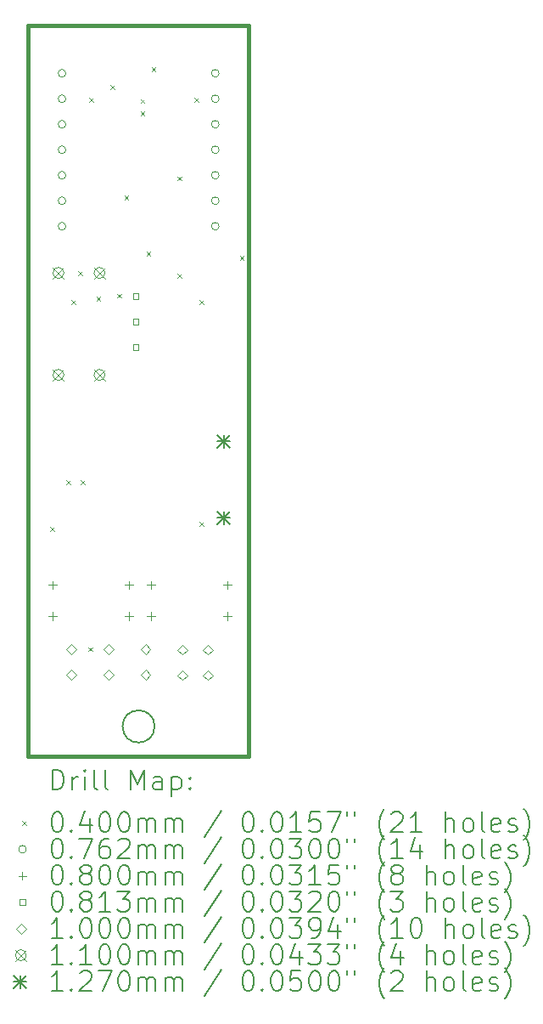
<source format=gbr>
%TF.GenerationSoftware,KiCad,Pcbnew,7.0.10*%
%TF.CreationDate,2024-06-11T00:53:52-07:00*%
%TF.ProjectId,FloatSID,466c6f61-7453-4494-942e-6b696361645f,rev?*%
%TF.SameCoordinates,Original*%
%TF.FileFunction,Drillmap*%
%TF.FilePolarity,Positive*%
%FSLAX45Y45*%
G04 Gerber Fmt 4.5, Leading zero omitted, Abs format (unit mm)*
G04 Created by KiCad (PCBNEW 7.0.10) date 2024-06-11 00:53:52*
%MOMM*%
%LPD*%
G01*
G04 APERTURE LIST*
%ADD10C,0.150000*%
%ADD11C,0.400000*%
%ADD12C,0.200000*%
%ADD13C,0.100000*%
%ADD14C,0.110000*%
%ADD15C,0.127000*%
G04 APERTURE END LIST*
D10*
X12720000Y-14290000D02*
G75*
G03*
X12400000Y-14290000I-160000J0D01*
G01*
X12400000Y-14290000D02*
G75*
G03*
X12720000Y-14290000I160000J0D01*
G01*
D11*
X11460000Y-7310000D02*
X13660000Y-7310000D01*
X13660000Y-14590000D01*
X11460000Y-14590000D01*
X11460000Y-7310000D01*
D12*
D13*
X11680000Y-12300000D02*
X11720000Y-12340000D01*
X11720000Y-12300000D02*
X11680000Y-12340000D01*
X11840000Y-11840000D02*
X11880000Y-11880000D01*
X11880000Y-11840000D02*
X11840000Y-11880000D01*
X11890000Y-10040000D02*
X11930000Y-10080000D01*
X11930000Y-10040000D02*
X11890000Y-10080000D01*
X11958000Y-9752000D02*
X11998000Y-9792000D01*
X11998000Y-9752000D02*
X11958000Y-9792000D01*
X11980000Y-11840000D02*
X12020000Y-11880000D01*
X12020000Y-11840000D02*
X11980000Y-11880000D01*
X12060000Y-13500000D02*
X12100000Y-13540000D01*
X12100000Y-13500000D02*
X12060000Y-13540000D01*
X12066250Y-8026250D02*
X12106250Y-8066250D01*
X12106250Y-8026250D02*
X12066250Y-8066250D01*
X12140000Y-10010000D02*
X12180000Y-10050000D01*
X12180000Y-10010000D02*
X12140000Y-10050000D01*
X12280000Y-7900000D02*
X12320000Y-7940000D01*
X12320000Y-7900000D02*
X12280000Y-7940000D01*
X12350000Y-9980000D02*
X12390000Y-10020000D01*
X12390000Y-9980000D02*
X12350000Y-10020000D01*
X12420000Y-9000000D02*
X12460000Y-9040000D01*
X12460000Y-9000000D02*
X12420000Y-9040000D01*
X12580000Y-8040000D02*
X12620000Y-8080000D01*
X12620000Y-8040000D02*
X12580000Y-8080000D01*
X12580000Y-8160000D02*
X12620000Y-8200000D01*
X12620000Y-8160000D02*
X12580000Y-8200000D01*
X12640000Y-9560000D02*
X12680000Y-9600000D01*
X12680000Y-9560000D02*
X12640000Y-9600000D01*
X12690000Y-7720000D02*
X12730000Y-7760000D01*
X12730000Y-7720000D02*
X12690000Y-7760000D01*
X12950000Y-8810000D02*
X12990000Y-8850000D01*
X12990000Y-8810000D02*
X12950000Y-8850000D01*
X12950000Y-9780000D02*
X12990000Y-9820000D01*
X12990000Y-9780000D02*
X12950000Y-9820000D01*
X13120000Y-8030000D02*
X13160000Y-8070000D01*
X13160000Y-8030000D02*
X13120000Y-8070000D01*
X13170000Y-10040000D02*
X13210000Y-10080000D01*
X13210000Y-10040000D02*
X13170000Y-10080000D01*
X13170000Y-12250000D02*
X13210000Y-12290000D01*
X13210000Y-12250000D02*
X13170000Y-12290000D01*
X13570000Y-9600000D02*
X13610000Y-9640000D01*
X13610000Y-9600000D02*
X13570000Y-9640000D01*
X11833850Y-7783040D02*
G75*
G03*
X11757650Y-7783040I-38100J0D01*
G01*
X11757650Y-7783040D02*
G75*
G03*
X11833850Y-7783040I38100J0D01*
G01*
X11833850Y-8037040D02*
G75*
G03*
X11757650Y-8037040I-38100J0D01*
G01*
X11757650Y-8037040D02*
G75*
G03*
X11833850Y-8037040I38100J0D01*
G01*
X11833850Y-8291040D02*
G75*
G03*
X11757650Y-8291040I-38100J0D01*
G01*
X11757650Y-8291040D02*
G75*
G03*
X11833850Y-8291040I38100J0D01*
G01*
X11833850Y-8545040D02*
G75*
G03*
X11757650Y-8545040I-38100J0D01*
G01*
X11757650Y-8545040D02*
G75*
G03*
X11833850Y-8545040I38100J0D01*
G01*
X11833850Y-8799040D02*
G75*
G03*
X11757650Y-8799040I-38100J0D01*
G01*
X11757650Y-8799040D02*
G75*
G03*
X11833850Y-8799040I38100J0D01*
G01*
X11833850Y-9053040D02*
G75*
G03*
X11757650Y-9053040I-38100J0D01*
G01*
X11757650Y-9053040D02*
G75*
G03*
X11833850Y-9053040I38100J0D01*
G01*
X11833850Y-9307040D02*
G75*
G03*
X11757650Y-9307040I-38100J0D01*
G01*
X11757650Y-9307040D02*
G75*
G03*
X11833850Y-9307040I38100J0D01*
G01*
X13363850Y-7783040D02*
G75*
G03*
X13287650Y-7783040I-38100J0D01*
G01*
X13287650Y-7783040D02*
G75*
G03*
X13363850Y-7783040I38100J0D01*
G01*
X13363850Y-8037040D02*
G75*
G03*
X13287650Y-8037040I-38100J0D01*
G01*
X13287650Y-8037040D02*
G75*
G03*
X13363850Y-8037040I38100J0D01*
G01*
X13363850Y-8291040D02*
G75*
G03*
X13287650Y-8291040I-38100J0D01*
G01*
X13287650Y-8291040D02*
G75*
G03*
X13363850Y-8291040I38100J0D01*
G01*
X13363850Y-8545040D02*
G75*
G03*
X13287650Y-8545040I-38100J0D01*
G01*
X13287650Y-8545040D02*
G75*
G03*
X13363850Y-8545040I38100J0D01*
G01*
X13363850Y-8799040D02*
G75*
G03*
X13287650Y-8799040I-38100J0D01*
G01*
X13287650Y-8799040D02*
G75*
G03*
X13363850Y-8799040I38100J0D01*
G01*
X13363850Y-9053040D02*
G75*
G03*
X13287650Y-9053040I-38100J0D01*
G01*
X13287650Y-9053040D02*
G75*
G03*
X13363850Y-9053040I38100J0D01*
G01*
X13363850Y-9307040D02*
G75*
G03*
X13287650Y-9307040I-38100J0D01*
G01*
X13287650Y-9307040D02*
G75*
G03*
X13363850Y-9307040I38100J0D01*
G01*
X11702510Y-12840000D02*
X11702510Y-12920000D01*
X11662510Y-12880000D02*
X11742510Y-12880000D01*
X11703510Y-13150000D02*
X11703510Y-13230000D01*
X11663510Y-13190000D02*
X11743510Y-13190000D01*
X12464510Y-12840000D02*
X12464510Y-12920000D01*
X12424510Y-12880000D02*
X12504510Y-12880000D01*
X12465510Y-13150000D02*
X12465510Y-13230000D01*
X12425510Y-13190000D02*
X12505510Y-13190000D01*
X12683510Y-12840000D02*
X12683510Y-12920000D01*
X12643510Y-12880000D02*
X12723510Y-12880000D01*
X12683510Y-13150000D02*
X12683510Y-13230000D01*
X12643510Y-13190000D02*
X12723510Y-13190000D01*
X13445510Y-12840000D02*
X13445510Y-12920000D01*
X13405510Y-12880000D02*
X13485510Y-12880000D01*
X13445510Y-13150000D02*
X13445510Y-13230000D01*
X13405510Y-13190000D02*
X13485510Y-13190000D01*
X12561227Y-10034737D02*
X12561227Y-9977263D01*
X12503753Y-9977263D01*
X12503753Y-10034737D01*
X12561227Y-10034737D01*
X12561227Y-10288737D02*
X12561227Y-10231263D01*
X12503753Y-10231263D01*
X12503753Y-10288737D01*
X12561227Y-10288737D01*
X12561227Y-10542737D02*
X12561227Y-10485263D01*
X12503753Y-10485263D01*
X12503753Y-10542737D01*
X12561227Y-10542737D01*
X11890000Y-13572500D02*
X11940000Y-13522500D01*
X11890000Y-13472500D01*
X11840000Y-13522500D01*
X11890000Y-13572500D01*
X11890000Y-13826500D02*
X11940000Y-13776500D01*
X11890000Y-13726500D01*
X11840000Y-13776500D01*
X11890000Y-13826500D01*
X12260000Y-13572500D02*
X12310000Y-13522500D01*
X12260000Y-13472500D01*
X12210000Y-13522500D01*
X12260000Y-13572500D01*
X12260000Y-13826500D02*
X12310000Y-13776500D01*
X12260000Y-13726500D01*
X12210000Y-13776500D01*
X12260000Y-13826500D01*
X12630000Y-13572500D02*
X12680000Y-13522500D01*
X12630000Y-13472500D01*
X12580000Y-13522500D01*
X12630000Y-13572500D01*
X12630000Y-13826500D02*
X12680000Y-13776500D01*
X12630000Y-13726500D01*
X12580000Y-13776500D01*
X12630000Y-13826500D01*
X13000000Y-13576000D02*
X13050000Y-13526000D01*
X13000000Y-13476000D01*
X12950000Y-13526000D01*
X13000000Y-13576000D01*
X13000000Y-13830000D02*
X13050000Y-13780000D01*
X13000000Y-13730000D01*
X12950000Y-13780000D01*
X13000000Y-13830000D01*
X13254000Y-13576000D02*
X13304000Y-13526000D01*
X13254000Y-13476000D01*
X13204000Y-13526000D01*
X13254000Y-13576000D01*
X13254000Y-13830000D02*
X13304000Y-13780000D01*
X13254000Y-13730000D01*
X13204000Y-13780000D01*
X13254000Y-13830000D01*
D14*
X11705000Y-9717000D02*
X11815000Y-9827000D01*
X11815000Y-9717000D02*
X11705000Y-9827000D01*
X11815000Y-9772000D02*
G75*
G03*
X11705000Y-9772000I-55000J0D01*
G01*
X11705000Y-9772000D02*
G75*
G03*
X11815000Y-9772000I55000J0D01*
G01*
X11705000Y-10733000D02*
X11815000Y-10843000D01*
X11815000Y-10733000D02*
X11705000Y-10843000D01*
X11815000Y-10788000D02*
G75*
G03*
X11705000Y-10788000I-55000J0D01*
G01*
X11705000Y-10788000D02*
G75*
G03*
X11815000Y-10788000I55000J0D01*
G01*
X12115000Y-9717000D02*
X12225000Y-9827000D01*
X12225000Y-9717000D02*
X12115000Y-9827000D01*
X12225000Y-9772000D02*
G75*
G03*
X12115000Y-9772000I-55000J0D01*
G01*
X12115000Y-9772000D02*
G75*
G03*
X12225000Y-9772000I55000J0D01*
G01*
X12115000Y-10733000D02*
X12225000Y-10843000D01*
X12225000Y-10733000D02*
X12115000Y-10843000D01*
X12225000Y-10788000D02*
G75*
G03*
X12115000Y-10788000I-55000J0D01*
G01*
X12115000Y-10788000D02*
G75*
G03*
X12225000Y-10788000I55000J0D01*
G01*
D15*
X13348500Y-11385500D02*
X13475500Y-11512500D01*
X13475500Y-11385500D02*
X13348500Y-11512500D01*
X13412000Y-11385500D02*
X13412000Y-11512500D01*
X13348500Y-11449000D02*
X13475500Y-11449000D01*
X13348500Y-12147500D02*
X13475500Y-12274500D01*
X13475500Y-12147500D02*
X13348500Y-12274500D01*
X13412000Y-12147500D02*
X13412000Y-12274500D01*
X13348500Y-12211000D02*
X13475500Y-12211000D01*
D12*
X11700777Y-14921484D02*
X11700777Y-14721484D01*
X11700777Y-14721484D02*
X11748396Y-14721484D01*
X11748396Y-14721484D02*
X11776967Y-14731008D01*
X11776967Y-14731008D02*
X11796015Y-14750055D01*
X11796015Y-14750055D02*
X11805539Y-14769103D01*
X11805539Y-14769103D02*
X11815062Y-14807198D01*
X11815062Y-14807198D02*
X11815062Y-14835769D01*
X11815062Y-14835769D02*
X11805539Y-14873865D01*
X11805539Y-14873865D02*
X11796015Y-14892912D01*
X11796015Y-14892912D02*
X11776967Y-14911960D01*
X11776967Y-14911960D02*
X11748396Y-14921484D01*
X11748396Y-14921484D02*
X11700777Y-14921484D01*
X11900777Y-14921484D02*
X11900777Y-14788150D01*
X11900777Y-14826246D02*
X11910301Y-14807198D01*
X11910301Y-14807198D02*
X11919824Y-14797674D01*
X11919824Y-14797674D02*
X11938872Y-14788150D01*
X11938872Y-14788150D02*
X11957920Y-14788150D01*
X12024586Y-14921484D02*
X12024586Y-14788150D01*
X12024586Y-14721484D02*
X12015062Y-14731008D01*
X12015062Y-14731008D02*
X12024586Y-14740531D01*
X12024586Y-14740531D02*
X12034110Y-14731008D01*
X12034110Y-14731008D02*
X12024586Y-14721484D01*
X12024586Y-14721484D02*
X12024586Y-14740531D01*
X12148396Y-14921484D02*
X12129348Y-14911960D01*
X12129348Y-14911960D02*
X12119824Y-14892912D01*
X12119824Y-14892912D02*
X12119824Y-14721484D01*
X12253158Y-14921484D02*
X12234110Y-14911960D01*
X12234110Y-14911960D02*
X12224586Y-14892912D01*
X12224586Y-14892912D02*
X12224586Y-14721484D01*
X12481729Y-14921484D02*
X12481729Y-14721484D01*
X12481729Y-14721484D02*
X12548396Y-14864341D01*
X12548396Y-14864341D02*
X12615062Y-14721484D01*
X12615062Y-14721484D02*
X12615062Y-14921484D01*
X12796015Y-14921484D02*
X12796015Y-14816722D01*
X12796015Y-14816722D02*
X12786491Y-14797674D01*
X12786491Y-14797674D02*
X12767443Y-14788150D01*
X12767443Y-14788150D02*
X12729348Y-14788150D01*
X12729348Y-14788150D02*
X12710301Y-14797674D01*
X12796015Y-14911960D02*
X12776967Y-14921484D01*
X12776967Y-14921484D02*
X12729348Y-14921484D01*
X12729348Y-14921484D02*
X12710301Y-14911960D01*
X12710301Y-14911960D02*
X12700777Y-14892912D01*
X12700777Y-14892912D02*
X12700777Y-14873865D01*
X12700777Y-14873865D02*
X12710301Y-14854817D01*
X12710301Y-14854817D02*
X12729348Y-14845293D01*
X12729348Y-14845293D02*
X12776967Y-14845293D01*
X12776967Y-14845293D02*
X12796015Y-14835769D01*
X12891253Y-14788150D02*
X12891253Y-14988150D01*
X12891253Y-14797674D02*
X12910301Y-14788150D01*
X12910301Y-14788150D02*
X12948396Y-14788150D01*
X12948396Y-14788150D02*
X12967443Y-14797674D01*
X12967443Y-14797674D02*
X12976967Y-14807198D01*
X12976967Y-14807198D02*
X12986491Y-14826246D01*
X12986491Y-14826246D02*
X12986491Y-14883388D01*
X12986491Y-14883388D02*
X12976967Y-14902436D01*
X12976967Y-14902436D02*
X12967443Y-14911960D01*
X12967443Y-14911960D02*
X12948396Y-14921484D01*
X12948396Y-14921484D02*
X12910301Y-14921484D01*
X12910301Y-14921484D02*
X12891253Y-14911960D01*
X13072205Y-14902436D02*
X13081729Y-14911960D01*
X13081729Y-14911960D02*
X13072205Y-14921484D01*
X13072205Y-14921484D02*
X13062682Y-14911960D01*
X13062682Y-14911960D02*
X13072205Y-14902436D01*
X13072205Y-14902436D02*
X13072205Y-14921484D01*
X13072205Y-14797674D02*
X13081729Y-14807198D01*
X13081729Y-14807198D02*
X13072205Y-14816722D01*
X13072205Y-14816722D02*
X13062682Y-14807198D01*
X13062682Y-14807198D02*
X13072205Y-14797674D01*
X13072205Y-14797674D02*
X13072205Y-14816722D01*
D13*
X11400000Y-15230000D02*
X11440000Y-15270000D01*
X11440000Y-15230000D02*
X11400000Y-15270000D01*
D12*
X11738872Y-15141484D02*
X11757920Y-15141484D01*
X11757920Y-15141484D02*
X11776967Y-15151008D01*
X11776967Y-15151008D02*
X11786491Y-15160531D01*
X11786491Y-15160531D02*
X11796015Y-15179579D01*
X11796015Y-15179579D02*
X11805539Y-15217674D01*
X11805539Y-15217674D02*
X11805539Y-15265293D01*
X11805539Y-15265293D02*
X11796015Y-15303388D01*
X11796015Y-15303388D02*
X11786491Y-15322436D01*
X11786491Y-15322436D02*
X11776967Y-15331960D01*
X11776967Y-15331960D02*
X11757920Y-15341484D01*
X11757920Y-15341484D02*
X11738872Y-15341484D01*
X11738872Y-15341484D02*
X11719824Y-15331960D01*
X11719824Y-15331960D02*
X11710301Y-15322436D01*
X11710301Y-15322436D02*
X11700777Y-15303388D01*
X11700777Y-15303388D02*
X11691253Y-15265293D01*
X11691253Y-15265293D02*
X11691253Y-15217674D01*
X11691253Y-15217674D02*
X11700777Y-15179579D01*
X11700777Y-15179579D02*
X11710301Y-15160531D01*
X11710301Y-15160531D02*
X11719824Y-15151008D01*
X11719824Y-15151008D02*
X11738872Y-15141484D01*
X11891253Y-15322436D02*
X11900777Y-15331960D01*
X11900777Y-15331960D02*
X11891253Y-15341484D01*
X11891253Y-15341484D02*
X11881729Y-15331960D01*
X11881729Y-15331960D02*
X11891253Y-15322436D01*
X11891253Y-15322436D02*
X11891253Y-15341484D01*
X12072205Y-15208150D02*
X12072205Y-15341484D01*
X12024586Y-15131960D02*
X11976967Y-15274817D01*
X11976967Y-15274817D02*
X12100777Y-15274817D01*
X12215062Y-15141484D02*
X12234110Y-15141484D01*
X12234110Y-15141484D02*
X12253158Y-15151008D01*
X12253158Y-15151008D02*
X12262682Y-15160531D01*
X12262682Y-15160531D02*
X12272205Y-15179579D01*
X12272205Y-15179579D02*
X12281729Y-15217674D01*
X12281729Y-15217674D02*
X12281729Y-15265293D01*
X12281729Y-15265293D02*
X12272205Y-15303388D01*
X12272205Y-15303388D02*
X12262682Y-15322436D01*
X12262682Y-15322436D02*
X12253158Y-15331960D01*
X12253158Y-15331960D02*
X12234110Y-15341484D01*
X12234110Y-15341484D02*
X12215062Y-15341484D01*
X12215062Y-15341484D02*
X12196015Y-15331960D01*
X12196015Y-15331960D02*
X12186491Y-15322436D01*
X12186491Y-15322436D02*
X12176967Y-15303388D01*
X12176967Y-15303388D02*
X12167443Y-15265293D01*
X12167443Y-15265293D02*
X12167443Y-15217674D01*
X12167443Y-15217674D02*
X12176967Y-15179579D01*
X12176967Y-15179579D02*
X12186491Y-15160531D01*
X12186491Y-15160531D02*
X12196015Y-15151008D01*
X12196015Y-15151008D02*
X12215062Y-15141484D01*
X12405539Y-15141484D02*
X12424586Y-15141484D01*
X12424586Y-15141484D02*
X12443634Y-15151008D01*
X12443634Y-15151008D02*
X12453158Y-15160531D01*
X12453158Y-15160531D02*
X12462682Y-15179579D01*
X12462682Y-15179579D02*
X12472205Y-15217674D01*
X12472205Y-15217674D02*
X12472205Y-15265293D01*
X12472205Y-15265293D02*
X12462682Y-15303388D01*
X12462682Y-15303388D02*
X12453158Y-15322436D01*
X12453158Y-15322436D02*
X12443634Y-15331960D01*
X12443634Y-15331960D02*
X12424586Y-15341484D01*
X12424586Y-15341484D02*
X12405539Y-15341484D01*
X12405539Y-15341484D02*
X12386491Y-15331960D01*
X12386491Y-15331960D02*
X12376967Y-15322436D01*
X12376967Y-15322436D02*
X12367443Y-15303388D01*
X12367443Y-15303388D02*
X12357920Y-15265293D01*
X12357920Y-15265293D02*
X12357920Y-15217674D01*
X12357920Y-15217674D02*
X12367443Y-15179579D01*
X12367443Y-15179579D02*
X12376967Y-15160531D01*
X12376967Y-15160531D02*
X12386491Y-15151008D01*
X12386491Y-15151008D02*
X12405539Y-15141484D01*
X12557920Y-15341484D02*
X12557920Y-15208150D01*
X12557920Y-15227198D02*
X12567443Y-15217674D01*
X12567443Y-15217674D02*
X12586491Y-15208150D01*
X12586491Y-15208150D02*
X12615063Y-15208150D01*
X12615063Y-15208150D02*
X12634110Y-15217674D01*
X12634110Y-15217674D02*
X12643634Y-15236722D01*
X12643634Y-15236722D02*
X12643634Y-15341484D01*
X12643634Y-15236722D02*
X12653158Y-15217674D01*
X12653158Y-15217674D02*
X12672205Y-15208150D01*
X12672205Y-15208150D02*
X12700777Y-15208150D01*
X12700777Y-15208150D02*
X12719824Y-15217674D01*
X12719824Y-15217674D02*
X12729348Y-15236722D01*
X12729348Y-15236722D02*
X12729348Y-15341484D01*
X12824586Y-15341484D02*
X12824586Y-15208150D01*
X12824586Y-15227198D02*
X12834110Y-15217674D01*
X12834110Y-15217674D02*
X12853158Y-15208150D01*
X12853158Y-15208150D02*
X12881729Y-15208150D01*
X12881729Y-15208150D02*
X12900777Y-15217674D01*
X12900777Y-15217674D02*
X12910301Y-15236722D01*
X12910301Y-15236722D02*
X12910301Y-15341484D01*
X12910301Y-15236722D02*
X12919824Y-15217674D01*
X12919824Y-15217674D02*
X12938872Y-15208150D01*
X12938872Y-15208150D02*
X12967443Y-15208150D01*
X12967443Y-15208150D02*
X12986491Y-15217674D01*
X12986491Y-15217674D02*
X12996015Y-15236722D01*
X12996015Y-15236722D02*
X12996015Y-15341484D01*
X13386491Y-15131960D02*
X13215063Y-15389103D01*
X13643634Y-15141484D02*
X13662682Y-15141484D01*
X13662682Y-15141484D02*
X13681729Y-15151008D01*
X13681729Y-15151008D02*
X13691253Y-15160531D01*
X13691253Y-15160531D02*
X13700777Y-15179579D01*
X13700777Y-15179579D02*
X13710301Y-15217674D01*
X13710301Y-15217674D02*
X13710301Y-15265293D01*
X13710301Y-15265293D02*
X13700777Y-15303388D01*
X13700777Y-15303388D02*
X13691253Y-15322436D01*
X13691253Y-15322436D02*
X13681729Y-15331960D01*
X13681729Y-15331960D02*
X13662682Y-15341484D01*
X13662682Y-15341484D02*
X13643634Y-15341484D01*
X13643634Y-15341484D02*
X13624586Y-15331960D01*
X13624586Y-15331960D02*
X13615063Y-15322436D01*
X13615063Y-15322436D02*
X13605539Y-15303388D01*
X13605539Y-15303388D02*
X13596015Y-15265293D01*
X13596015Y-15265293D02*
X13596015Y-15217674D01*
X13596015Y-15217674D02*
X13605539Y-15179579D01*
X13605539Y-15179579D02*
X13615063Y-15160531D01*
X13615063Y-15160531D02*
X13624586Y-15151008D01*
X13624586Y-15151008D02*
X13643634Y-15141484D01*
X13796015Y-15322436D02*
X13805539Y-15331960D01*
X13805539Y-15331960D02*
X13796015Y-15341484D01*
X13796015Y-15341484D02*
X13786491Y-15331960D01*
X13786491Y-15331960D02*
X13796015Y-15322436D01*
X13796015Y-15322436D02*
X13796015Y-15341484D01*
X13929348Y-15141484D02*
X13948396Y-15141484D01*
X13948396Y-15141484D02*
X13967444Y-15151008D01*
X13967444Y-15151008D02*
X13976967Y-15160531D01*
X13976967Y-15160531D02*
X13986491Y-15179579D01*
X13986491Y-15179579D02*
X13996015Y-15217674D01*
X13996015Y-15217674D02*
X13996015Y-15265293D01*
X13996015Y-15265293D02*
X13986491Y-15303388D01*
X13986491Y-15303388D02*
X13976967Y-15322436D01*
X13976967Y-15322436D02*
X13967444Y-15331960D01*
X13967444Y-15331960D02*
X13948396Y-15341484D01*
X13948396Y-15341484D02*
X13929348Y-15341484D01*
X13929348Y-15341484D02*
X13910301Y-15331960D01*
X13910301Y-15331960D02*
X13900777Y-15322436D01*
X13900777Y-15322436D02*
X13891253Y-15303388D01*
X13891253Y-15303388D02*
X13881729Y-15265293D01*
X13881729Y-15265293D02*
X13881729Y-15217674D01*
X13881729Y-15217674D02*
X13891253Y-15179579D01*
X13891253Y-15179579D02*
X13900777Y-15160531D01*
X13900777Y-15160531D02*
X13910301Y-15151008D01*
X13910301Y-15151008D02*
X13929348Y-15141484D01*
X14186491Y-15341484D02*
X14072206Y-15341484D01*
X14129348Y-15341484D02*
X14129348Y-15141484D01*
X14129348Y-15141484D02*
X14110301Y-15170055D01*
X14110301Y-15170055D02*
X14091253Y-15189103D01*
X14091253Y-15189103D02*
X14072206Y-15198627D01*
X14367444Y-15141484D02*
X14272206Y-15141484D01*
X14272206Y-15141484D02*
X14262682Y-15236722D01*
X14262682Y-15236722D02*
X14272206Y-15227198D01*
X14272206Y-15227198D02*
X14291253Y-15217674D01*
X14291253Y-15217674D02*
X14338872Y-15217674D01*
X14338872Y-15217674D02*
X14357920Y-15227198D01*
X14357920Y-15227198D02*
X14367444Y-15236722D01*
X14367444Y-15236722D02*
X14376967Y-15255769D01*
X14376967Y-15255769D02*
X14376967Y-15303388D01*
X14376967Y-15303388D02*
X14367444Y-15322436D01*
X14367444Y-15322436D02*
X14357920Y-15331960D01*
X14357920Y-15331960D02*
X14338872Y-15341484D01*
X14338872Y-15341484D02*
X14291253Y-15341484D01*
X14291253Y-15341484D02*
X14272206Y-15331960D01*
X14272206Y-15331960D02*
X14262682Y-15322436D01*
X14443634Y-15141484D02*
X14576967Y-15141484D01*
X14576967Y-15141484D02*
X14491253Y-15341484D01*
X14643634Y-15141484D02*
X14643634Y-15179579D01*
X14719825Y-15141484D02*
X14719825Y-15179579D01*
X15015063Y-15417674D02*
X15005539Y-15408150D01*
X15005539Y-15408150D02*
X14986491Y-15379579D01*
X14986491Y-15379579D02*
X14976968Y-15360531D01*
X14976968Y-15360531D02*
X14967444Y-15331960D01*
X14967444Y-15331960D02*
X14957920Y-15284341D01*
X14957920Y-15284341D02*
X14957920Y-15246246D01*
X14957920Y-15246246D02*
X14967444Y-15198627D01*
X14967444Y-15198627D02*
X14976968Y-15170055D01*
X14976968Y-15170055D02*
X14986491Y-15151008D01*
X14986491Y-15151008D02*
X15005539Y-15122436D01*
X15005539Y-15122436D02*
X15015063Y-15112912D01*
X15081729Y-15160531D02*
X15091253Y-15151008D01*
X15091253Y-15151008D02*
X15110301Y-15141484D01*
X15110301Y-15141484D02*
X15157920Y-15141484D01*
X15157920Y-15141484D02*
X15176968Y-15151008D01*
X15176968Y-15151008D02*
X15186491Y-15160531D01*
X15186491Y-15160531D02*
X15196015Y-15179579D01*
X15196015Y-15179579D02*
X15196015Y-15198627D01*
X15196015Y-15198627D02*
X15186491Y-15227198D01*
X15186491Y-15227198D02*
X15072206Y-15341484D01*
X15072206Y-15341484D02*
X15196015Y-15341484D01*
X15386491Y-15341484D02*
X15272206Y-15341484D01*
X15329348Y-15341484D02*
X15329348Y-15141484D01*
X15329348Y-15141484D02*
X15310301Y-15170055D01*
X15310301Y-15170055D02*
X15291253Y-15189103D01*
X15291253Y-15189103D02*
X15272206Y-15198627D01*
X15624587Y-15341484D02*
X15624587Y-15141484D01*
X15710301Y-15341484D02*
X15710301Y-15236722D01*
X15710301Y-15236722D02*
X15700777Y-15217674D01*
X15700777Y-15217674D02*
X15681730Y-15208150D01*
X15681730Y-15208150D02*
X15653158Y-15208150D01*
X15653158Y-15208150D02*
X15634110Y-15217674D01*
X15634110Y-15217674D02*
X15624587Y-15227198D01*
X15834110Y-15341484D02*
X15815063Y-15331960D01*
X15815063Y-15331960D02*
X15805539Y-15322436D01*
X15805539Y-15322436D02*
X15796015Y-15303388D01*
X15796015Y-15303388D02*
X15796015Y-15246246D01*
X15796015Y-15246246D02*
X15805539Y-15227198D01*
X15805539Y-15227198D02*
X15815063Y-15217674D01*
X15815063Y-15217674D02*
X15834110Y-15208150D01*
X15834110Y-15208150D02*
X15862682Y-15208150D01*
X15862682Y-15208150D02*
X15881730Y-15217674D01*
X15881730Y-15217674D02*
X15891253Y-15227198D01*
X15891253Y-15227198D02*
X15900777Y-15246246D01*
X15900777Y-15246246D02*
X15900777Y-15303388D01*
X15900777Y-15303388D02*
X15891253Y-15322436D01*
X15891253Y-15322436D02*
X15881730Y-15331960D01*
X15881730Y-15331960D02*
X15862682Y-15341484D01*
X15862682Y-15341484D02*
X15834110Y-15341484D01*
X16015063Y-15341484D02*
X15996015Y-15331960D01*
X15996015Y-15331960D02*
X15986491Y-15312912D01*
X15986491Y-15312912D02*
X15986491Y-15141484D01*
X16167444Y-15331960D02*
X16148396Y-15341484D01*
X16148396Y-15341484D02*
X16110301Y-15341484D01*
X16110301Y-15341484D02*
X16091253Y-15331960D01*
X16091253Y-15331960D02*
X16081730Y-15312912D01*
X16081730Y-15312912D02*
X16081730Y-15236722D01*
X16081730Y-15236722D02*
X16091253Y-15217674D01*
X16091253Y-15217674D02*
X16110301Y-15208150D01*
X16110301Y-15208150D02*
X16148396Y-15208150D01*
X16148396Y-15208150D02*
X16167444Y-15217674D01*
X16167444Y-15217674D02*
X16176968Y-15236722D01*
X16176968Y-15236722D02*
X16176968Y-15255769D01*
X16176968Y-15255769D02*
X16081730Y-15274817D01*
X16253158Y-15331960D02*
X16272206Y-15341484D01*
X16272206Y-15341484D02*
X16310301Y-15341484D01*
X16310301Y-15341484D02*
X16329349Y-15331960D01*
X16329349Y-15331960D02*
X16338872Y-15312912D01*
X16338872Y-15312912D02*
X16338872Y-15303388D01*
X16338872Y-15303388D02*
X16329349Y-15284341D01*
X16329349Y-15284341D02*
X16310301Y-15274817D01*
X16310301Y-15274817D02*
X16281730Y-15274817D01*
X16281730Y-15274817D02*
X16262682Y-15265293D01*
X16262682Y-15265293D02*
X16253158Y-15246246D01*
X16253158Y-15246246D02*
X16253158Y-15236722D01*
X16253158Y-15236722D02*
X16262682Y-15217674D01*
X16262682Y-15217674D02*
X16281730Y-15208150D01*
X16281730Y-15208150D02*
X16310301Y-15208150D01*
X16310301Y-15208150D02*
X16329349Y-15217674D01*
X16405539Y-15417674D02*
X16415063Y-15408150D01*
X16415063Y-15408150D02*
X16434111Y-15379579D01*
X16434111Y-15379579D02*
X16443634Y-15360531D01*
X16443634Y-15360531D02*
X16453158Y-15331960D01*
X16453158Y-15331960D02*
X16462682Y-15284341D01*
X16462682Y-15284341D02*
X16462682Y-15246246D01*
X16462682Y-15246246D02*
X16453158Y-15198627D01*
X16453158Y-15198627D02*
X16443634Y-15170055D01*
X16443634Y-15170055D02*
X16434111Y-15151008D01*
X16434111Y-15151008D02*
X16415063Y-15122436D01*
X16415063Y-15122436D02*
X16405539Y-15112912D01*
D13*
X11440000Y-15514000D02*
G75*
G03*
X11363800Y-15514000I-38100J0D01*
G01*
X11363800Y-15514000D02*
G75*
G03*
X11440000Y-15514000I38100J0D01*
G01*
D12*
X11738872Y-15405484D02*
X11757920Y-15405484D01*
X11757920Y-15405484D02*
X11776967Y-15415008D01*
X11776967Y-15415008D02*
X11786491Y-15424531D01*
X11786491Y-15424531D02*
X11796015Y-15443579D01*
X11796015Y-15443579D02*
X11805539Y-15481674D01*
X11805539Y-15481674D02*
X11805539Y-15529293D01*
X11805539Y-15529293D02*
X11796015Y-15567388D01*
X11796015Y-15567388D02*
X11786491Y-15586436D01*
X11786491Y-15586436D02*
X11776967Y-15595960D01*
X11776967Y-15595960D02*
X11757920Y-15605484D01*
X11757920Y-15605484D02*
X11738872Y-15605484D01*
X11738872Y-15605484D02*
X11719824Y-15595960D01*
X11719824Y-15595960D02*
X11710301Y-15586436D01*
X11710301Y-15586436D02*
X11700777Y-15567388D01*
X11700777Y-15567388D02*
X11691253Y-15529293D01*
X11691253Y-15529293D02*
X11691253Y-15481674D01*
X11691253Y-15481674D02*
X11700777Y-15443579D01*
X11700777Y-15443579D02*
X11710301Y-15424531D01*
X11710301Y-15424531D02*
X11719824Y-15415008D01*
X11719824Y-15415008D02*
X11738872Y-15405484D01*
X11891253Y-15586436D02*
X11900777Y-15595960D01*
X11900777Y-15595960D02*
X11891253Y-15605484D01*
X11891253Y-15605484D02*
X11881729Y-15595960D01*
X11881729Y-15595960D02*
X11891253Y-15586436D01*
X11891253Y-15586436D02*
X11891253Y-15605484D01*
X11967443Y-15405484D02*
X12100777Y-15405484D01*
X12100777Y-15405484D02*
X12015062Y-15605484D01*
X12262682Y-15405484D02*
X12224586Y-15405484D01*
X12224586Y-15405484D02*
X12205539Y-15415008D01*
X12205539Y-15415008D02*
X12196015Y-15424531D01*
X12196015Y-15424531D02*
X12176967Y-15453103D01*
X12176967Y-15453103D02*
X12167443Y-15491198D01*
X12167443Y-15491198D02*
X12167443Y-15567388D01*
X12167443Y-15567388D02*
X12176967Y-15586436D01*
X12176967Y-15586436D02*
X12186491Y-15595960D01*
X12186491Y-15595960D02*
X12205539Y-15605484D01*
X12205539Y-15605484D02*
X12243634Y-15605484D01*
X12243634Y-15605484D02*
X12262682Y-15595960D01*
X12262682Y-15595960D02*
X12272205Y-15586436D01*
X12272205Y-15586436D02*
X12281729Y-15567388D01*
X12281729Y-15567388D02*
X12281729Y-15519769D01*
X12281729Y-15519769D02*
X12272205Y-15500722D01*
X12272205Y-15500722D02*
X12262682Y-15491198D01*
X12262682Y-15491198D02*
X12243634Y-15481674D01*
X12243634Y-15481674D02*
X12205539Y-15481674D01*
X12205539Y-15481674D02*
X12186491Y-15491198D01*
X12186491Y-15491198D02*
X12176967Y-15500722D01*
X12176967Y-15500722D02*
X12167443Y-15519769D01*
X12357920Y-15424531D02*
X12367443Y-15415008D01*
X12367443Y-15415008D02*
X12386491Y-15405484D01*
X12386491Y-15405484D02*
X12434110Y-15405484D01*
X12434110Y-15405484D02*
X12453158Y-15415008D01*
X12453158Y-15415008D02*
X12462682Y-15424531D01*
X12462682Y-15424531D02*
X12472205Y-15443579D01*
X12472205Y-15443579D02*
X12472205Y-15462627D01*
X12472205Y-15462627D02*
X12462682Y-15491198D01*
X12462682Y-15491198D02*
X12348396Y-15605484D01*
X12348396Y-15605484D02*
X12472205Y-15605484D01*
X12557920Y-15605484D02*
X12557920Y-15472150D01*
X12557920Y-15491198D02*
X12567443Y-15481674D01*
X12567443Y-15481674D02*
X12586491Y-15472150D01*
X12586491Y-15472150D02*
X12615063Y-15472150D01*
X12615063Y-15472150D02*
X12634110Y-15481674D01*
X12634110Y-15481674D02*
X12643634Y-15500722D01*
X12643634Y-15500722D02*
X12643634Y-15605484D01*
X12643634Y-15500722D02*
X12653158Y-15481674D01*
X12653158Y-15481674D02*
X12672205Y-15472150D01*
X12672205Y-15472150D02*
X12700777Y-15472150D01*
X12700777Y-15472150D02*
X12719824Y-15481674D01*
X12719824Y-15481674D02*
X12729348Y-15500722D01*
X12729348Y-15500722D02*
X12729348Y-15605484D01*
X12824586Y-15605484D02*
X12824586Y-15472150D01*
X12824586Y-15491198D02*
X12834110Y-15481674D01*
X12834110Y-15481674D02*
X12853158Y-15472150D01*
X12853158Y-15472150D02*
X12881729Y-15472150D01*
X12881729Y-15472150D02*
X12900777Y-15481674D01*
X12900777Y-15481674D02*
X12910301Y-15500722D01*
X12910301Y-15500722D02*
X12910301Y-15605484D01*
X12910301Y-15500722D02*
X12919824Y-15481674D01*
X12919824Y-15481674D02*
X12938872Y-15472150D01*
X12938872Y-15472150D02*
X12967443Y-15472150D01*
X12967443Y-15472150D02*
X12986491Y-15481674D01*
X12986491Y-15481674D02*
X12996015Y-15500722D01*
X12996015Y-15500722D02*
X12996015Y-15605484D01*
X13386491Y-15395960D02*
X13215063Y-15653103D01*
X13643634Y-15405484D02*
X13662682Y-15405484D01*
X13662682Y-15405484D02*
X13681729Y-15415008D01*
X13681729Y-15415008D02*
X13691253Y-15424531D01*
X13691253Y-15424531D02*
X13700777Y-15443579D01*
X13700777Y-15443579D02*
X13710301Y-15481674D01*
X13710301Y-15481674D02*
X13710301Y-15529293D01*
X13710301Y-15529293D02*
X13700777Y-15567388D01*
X13700777Y-15567388D02*
X13691253Y-15586436D01*
X13691253Y-15586436D02*
X13681729Y-15595960D01*
X13681729Y-15595960D02*
X13662682Y-15605484D01*
X13662682Y-15605484D02*
X13643634Y-15605484D01*
X13643634Y-15605484D02*
X13624586Y-15595960D01*
X13624586Y-15595960D02*
X13615063Y-15586436D01*
X13615063Y-15586436D02*
X13605539Y-15567388D01*
X13605539Y-15567388D02*
X13596015Y-15529293D01*
X13596015Y-15529293D02*
X13596015Y-15481674D01*
X13596015Y-15481674D02*
X13605539Y-15443579D01*
X13605539Y-15443579D02*
X13615063Y-15424531D01*
X13615063Y-15424531D02*
X13624586Y-15415008D01*
X13624586Y-15415008D02*
X13643634Y-15405484D01*
X13796015Y-15586436D02*
X13805539Y-15595960D01*
X13805539Y-15595960D02*
X13796015Y-15605484D01*
X13796015Y-15605484D02*
X13786491Y-15595960D01*
X13786491Y-15595960D02*
X13796015Y-15586436D01*
X13796015Y-15586436D02*
X13796015Y-15605484D01*
X13929348Y-15405484D02*
X13948396Y-15405484D01*
X13948396Y-15405484D02*
X13967444Y-15415008D01*
X13967444Y-15415008D02*
X13976967Y-15424531D01*
X13976967Y-15424531D02*
X13986491Y-15443579D01*
X13986491Y-15443579D02*
X13996015Y-15481674D01*
X13996015Y-15481674D02*
X13996015Y-15529293D01*
X13996015Y-15529293D02*
X13986491Y-15567388D01*
X13986491Y-15567388D02*
X13976967Y-15586436D01*
X13976967Y-15586436D02*
X13967444Y-15595960D01*
X13967444Y-15595960D02*
X13948396Y-15605484D01*
X13948396Y-15605484D02*
X13929348Y-15605484D01*
X13929348Y-15605484D02*
X13910301Y-15595960D01*
X13910301Y-15595960D02*
X13900777Y-15586436D01*
X13900777Y-15586436D02*
X13891253Y-15567388D01*
X13891253Y-15567388D02*
X13881729Y-15529293D01*
X13881729Y-15529293D02*
X13881729Y-15481674D01*
X13881729Y-15481674D02*
X13891253Y-15443579D01*
X13891253Y-15443579D02*
X13900777Y-15424531D01*
X13900777Y-15424531D02*
X13910301Y-15415008D01*
X13910301Y-15415008D02*
X13929348Y-15405484D01*
X14062682Y-15405484D02*
X14186491Y-15405484D01*
X14186491Y-15405484D02*
X14119825Y-15481674D01*
X14119825Y-15481674D02*
X14148396Y-15481674D01*
X14148396Y-15481674D02*
X14167444Y-15491198D01*
X14167444Y-15491198D02*
X14176967Y-15500722D01*
X14176967Y-15500722D02*
X14186491Y-15519769D01*
X14186491Y-15519769D02*
X14186491Y-15567388D01*
X14186491Y-15567388D02*
X14176967Y-15586436D01*
X14176967Y-15586436D02*
X14167444Y-15595960D01*
X14167444Y-15595960D02*
X14148396Y-15605484D01*
X14148396Y-15605484D02*
X14091253Y-15605484D01*
X14091253Y-15605484D02*
X14072206Y-15595960D01*
X14072206Y-15595960D02*
X14062682Y-15586436D01*
X14310301Y-15405484D02*
X14329348Y-15405484D01*
X14329348Y-15405484D02*
X14348396Y-15415008D01*
X14348396Y-15415008D02*
X14357920Y-15424531D01*
X14357920Y-15424531D02*
X14367444Y-15443579D01*
X14367444Y-15443579D02*
X14376967Y-15481674D01*
X14376967Y-15481674D02*
X14376967Y-15529293D01*
X14376967Y-15529293D02*
X14367444Y-15567388D01*
X14367444Y-15567388D02*
X14357920Y-15586436D01*
X14357920Y-15586436D02*
X14348396Y-15595960D01*
X14348396Y-15595960D02*
X14329348Y-15605484D01*
X14329348Y-15605484D02*
X14310301Y-15605484D01*
X14310301Y-15605484D02*
X14291253Y-15595960D01*
X14291253Y-15595960D02*
X14281729Y-15586436D01*
X14281729Y-15586436D02*
X14272206Y-15567388D01*
X14272206Y-15567388D02*
X14262682Y-15529293D01*
X14262682Y-15529293D02*
X14262682Y-15481674D01*
X14262682Y-15481674D02*
X14272206Y-15443579D01*
X14272206Y-15443579D02*
X14281729Y-15424531D01*
X14281729Y-15424531D02*
X14291253Y-15415008D01*
X14291253Y-15415008D02*
X14310301Y-15405484D01*
X14500777Y-15405484D02*
X14519825Y-15405484D01*
X14519825Y-15405484D02*
X14538872Y-15415008D01*
X14538872Y-15415008D02*
X14548396Y-15424531D01*
X14548396Y-15424531D02*
X14557920Y-15443579D01*
X14557920Y-15443579D02*
X14567444Y-15481674D01*
X14567444Y-15481674D02*
X14567444Y-15529293D01*
X14567444Y-15529293D02*
X14557920Y-15567388D01*
X14557920Y-15567388D02*
X14548396Y-15586436D01*
X14548396Y-15586436D02*
X14538872Y-15595960D01*
X14538872Y-15595960D02*
X14519825Y-15605484D01*
X14519825Y-15605484D02*
X14500777Y-15605484D01*
X14500777Y-15605484D02*
X14481729Y-15595960D01*
X14481729Y-15595960D02*
X14472206Y-15586436D01*
X14472206Y-15586436D02*
X14462682Y-15567388D01*
X14462682Y-15567388D02*
X14453158Y-15529293D01*
X14453158Y-15529293D02*
X14453158Y-15481674D01*
X14453158Y-15481674D02*
X14462682Y-15443579D01*
X14462682Y-15443579D02*
X14472206Y-15424531D01*
X14472206Y-15424531D02*
X14481729Y-15415008D01*
X14481729Y-15415008D02*
X14500777Y-15405484D01*
X14643634Y-15405484D02*
X14643634Y-15443579D01*
X14719825Y-15405484D02*
X14719825Y-15443579D01*
X15015063Y-15681674D02*
X15005539Y-15672150D01*
X15005539Y-15672150D02*
X14986491Y-15643579D01*
X14986491Y-15643579D02*
X14976968Y-15624531D01*
X14976968Y-15624531D02*
X14967444Y-15595960D01*
X14967444Y-15595960D02*
X14957920Y-15548341D01*
X14957920Y-15548341D02*
X14957920Y-15510246D01*
X14957920Y-15510246D02*
X14967444Y-15462627D01*
X14967444Y-15462627D02*
X14976968Y-15434055D01*
X14976968Y-15434055D02*
X14986491Y-15415008D01*
X14986491Y-15415008D02*
X15005539Y-15386436D01*
X15005539Y-15386436D02*
X15015063Y-15376912D01*
X15196015Y-15605484D02*
X15081729Y-15605484D01*
X15138872Y-15605484D02*
X15138872Y-15405484D01*
X15138872Y-15405484D02*
X15119825Y-15434055D01*
X15119825Y-15434055D02*
X15100777Y-15453103D01*
X15100777Y-15453103D02*
X15081729Y-15462627D01*
X15367444Y-15472150D02*
X15367444Y-15605484D01*
X15319825Y-15395960D02*
X15272206Y-15538817D01*
X15272206Y-15538817D02*
X15396015Y-15538817D01*
X15624587Y-15605484D02*
X15624587Y-15405484D01*
X15710301Y-15605484D02*
X15710301Y-15500722D01*
X15710301Y-15500722D02*
X15700777Y-15481674D01*
X15700777Y-15481674D02*
X15681730Y-15472150D01*
X15681730Y-15472150D02*
X15653158Y-15472150D01*
X15653158Y-15472150D02*
X15634110Y-15481674D01*
X15634110Y-15481674D02*
X15624587Y-15491198D01*
X15834110Y-15605484D02*
X15815063Y-15595960D01*
X15815063Y-15595960D02*
X15805539Y-15586436D01*
X15805539Y-15586436D02*
X15796015Y-15567388D01*
X15796015Y-15567388D02*
X15796015Y-15510246D01*
X15796015Y-15510246D02*
X15805539Y-15491198D01*
X15805539Y-15491198D02*
X15815063Y-15481674D01*
X15815063Y-15481674D02*
X15834110Y-15472150D01*
X15834110Y-15472150D02*
X15862682Y-15472150D01*
X15862682Y-15472150D02*
X15881730Y-15481674D01*
X15881730Y-15481674D02*
X15891253Y-15491198D01*
X15891253Y-15491198D02*
X15900777Y-15510246D01*
X15900777Y-15510246D02*
X15900777Y-15567388D01*
X15900777Y-15567388D02*
X15891253Y-15586436D01*
X15891253Y-15586436D02*
X15881730Y-15595960D01*
X15881730Y-15595960D02*
X15862682Y-15605484D01*
X15862682Y-15605484D02*
X15834110Y-15605484D01*
X16015063Y-15605484D02*
X15996015Y-15595960D01*
X15996015Y-15595960D02*
X15986491Y-15576912D01*
X15986491Y-15576912D02*
X15986491Y-15405484D01*
X16167444Y-15595960D02*
X16148396Y-15605484D01*
X16148396Y-15605484D02*
X16110301Y-15605484D01*
X16110301Y-15605484D02*
X16091253Y-15595960D01*
X16091253Y-15595960D02*
X16081730Y-15576912D01*
X16081730Y-15576912D02*
X16081730Y-15500722D01*
X16081730Y-15500722D02*
X16091253Y-15481674D01*
X16091253Y-15481674D02*
X16110301Y-15472150D01*
X16110301Y-15472150D02*
X16148396Y-15472150D01*
X16148396Y-15472150D02*
X16167444Y-15481674D01*
X16167444Y-15481674D02*
X16176968Y-15500722D01*
X16176968Y-15500722D02*
X16176968Y-15519769D01*
X16176968Y-15519769D02*
X16081730Y-15538817D01*
X16253158Y-15595960D02*
X16272206Y-15605484D01*
X16272206Y-15605484D02*
X16310301Y-15605484D01*
X16310301Y-15605484D02*
X16329349Y-15595960D01*
X16329349Y-15595960D02*
X16338872Y-15576912D01*
X16338872Y-15576912D02*
X16338872Y-15567388D01*
X16338872Y-15567388D02*
X16329349Y-15548341D01*
X16329349Y-15548341D02*
X16310301Y-15538817D01*
X16310301Y-15538817D02*
X16281730Y-15538817D01*
X16281730Y-15538817D02*
X16262682Y-15529293D01*
X16262682Y-15529293D02*
X16253158Y-15510246D01*
X16253158Y-15510246D02*
X16253158Y-15500722D01*
X16253158Y-15500722D02*
X16262682Y-15481674D01*
X16262682Y-15481674D02*
X16281730Y-15472150D01*
X16281730Y-15472150D02*
X16310301Y-15472150D01*
X16310301Y-15472150D02*
X16329349Y-15481674D01*
X16405539Y-15681674D02*
X16415063Y-15672150D01*
X16415063Y-15672150D02*
X16434111Y-15643579D01*
X16434111Y-15643579D02*
X16443634Y-15624531D01*
X16443634Y-15624531D02*
X16453158Y-15595960D01*
X16453158Y-15595960D02*
X16462682Y-15548341D01*
X16462682Y-15548341D02*
X16462682Y-15510246D01*
X16462682Y-15510246D02*
X16453158Y-15462627D01*
X16453158Y-15462627D02*
X16443634Y-15434055D01*
X16443634Y-15434055D02*
X16434111Y-15415008D01*
X16434111Y-15415008D02*
X16415063Y-15386436D01*
X16415063Y-15386436D02*
X16405539Y-15376912D01*
D13*
X11400000Y-15738000D02*
X11400000Y-15818000D01*
X11360000Y-15778000D02*
X11440000Y-15778000D01*
D12*
X11738872Y-15669484D02*
X11757920Y-15669484D01*
X11757920Y-15669484D02*
X11776967Y-15679008D01*
X11776967Y-15679008D02*
X11786491Y-15688531D01*
X11786491Y-15688531D02*
X11796015Y-15707579D01*
X11796015Y-15707579D02*
X11805539Y-15745674D01*
X11805539Y-15745674D02*
X11805539Y-15793293D01*
X11805539Y-15793293D02*
X11796015Y-15831388D01*
X11796015Y-15831388D02*
X11786491Y-15850436D01*
X11786491Y-15850436D02*
X11776967Y-15859960D01*
X11776967Y-15859960D02*
X11757920Y-15869484D01*
X11757920Y-15869484D02*
X11738872Y-15869484D01*
X11738872Y-15869484D02*
X11719824Y-15859960D01*
X11719824Y-15859960D02*
X11710301Y-15850436D01*
X11710301Y-15850436D02*
X11700777Y-15831388D01*
X11700777Y-15831388D02*
X11691253Y-15793293D01*
X11691253Y-15793293D02*
X11691253Y-15745674D01*
X11691253Y-15745674D02*
X11700777Y-15707579D01*
X11700777Y-15707579D02*
X11710301Y-15688531D01*
X11710301Y-15688531D02*
X11719824Y-15679008D01*
X11719824Y-15679008D02*
X11738872Y-15669484D01*
X11891253Y-15850436D02*
X11900777Y-15859960D01*
X11900777Y-15859960D02*
X11891253Y-15869484D01*
X11891253Y-15869484D02*
X11881729Y-15859960D01*
X11881729Y-15859960D02*
X11891253Y-15850436D01*
X11891253Y-15850436D02*
X11891253Y-15869484D01*
X12015062Y-15755198D02*
X11996015Y-15745674D01*
X11996015Y-15745674D02*
X11986491Y-15736150D01*
X11986491Y-15736150D02*
X11976967Y-15717103D01*
X11976967Y-15717103D02*
X11976967Y-15707579D01*
X11976967Y-15707579D02*
X11986491Y-15688531D01*
X11986491Y-15688531D02*
X11996015Y-15679008D01*
X11996015Y-15679008D02*
X12015062Y-15669484D01*
X12015062Y-15669484D02*
X12053158Y-15669484D01*
X12053158Y-15669484D02*
X12072205Y-15679008D01*
X12072205Y-15679008D02*
X12081729Y-15688531D01*
X12081729Y-15688531D02*
X12091253Y-15707579D01*
X12091253Y-15707579D02*
X12091253Y-15717103D01*
X12091253Y-15717103D02*
X12081729Y-15736150D01*
X12081729Y-15736150D02*
X12072205Y-15745674D01*
X12072205Y-15745674D02*
X12053158Y-15755198D01*
X12053158Y-15755198D02*
X12015062Y-15755198D01*
X12015062Y-15755198D02*
X11996015Y-15764722D01*
X11996015Y-15764722D02*
X11986491Y-15774246D01*
X11986491Y-15774246D02*
X11976967Y-15793293D01*
X11976967Y-15793293D02*
X11976967Y-15831388D01*
X11976967Y-15831388D02*
X11986491Y-15850436D01*
X11986491Y-15850436D02*
X11996015Y-15859960D01*
X11996015Y-15859960D02*
X12015062Y-15869484D01*
X12015062Y-15869484D02*
X12053158Y-15869484D01*
X12053158Y-15869484D02*
X12072205Y-15859960D01*
X12072205Y-15859960D02*
X12081729Y-15850436D01*
X12081729Y-15850436D02*
X12091253Y-15831388D01*
X12091253Y-15831388D02*
X12091253Y-15793293D01*
X12091253Y-15793293D02*
X12081729Y-15774246D01*
X12081729Y-15774246D02*
X12072205Y-15764722D01*
X12072205Y-15764722D02*
X12053158Y-15755198D01*
X12215062Y-15669484D02*
X12234110Y-15669484D01*
X12234110Y-15669484D02*
X12253158Y-15679008D01*
X12253158Y-15679008D02*
X12262682Y-15688531D01*
X12262682Y-15688531D02*
X12272205Y-15707579D01*
X12272205Y-15707579D02*
X12281729Y-15745674D01*
X12281729Y-15745674D02*
X12281729Y-15793293D01*
X12281729Y-15793293D02*
X12272205Y-15831388D01*
X12272205Y-15831388D02*
X12262682Y-15850436D01*
X12262682Y-15850436D02*
X12253158Y-15859960D01*
X12253158Y-15859960D02*
X12234110Y-15869484D01*
X12234110Y-15869484D02*
X12215062Y-15869484D01*
X12215062Y-15869484D02*
X12196015Y-15859960D01*
X12196015Y-15859960D02*
X12186491Y-15850436D01*
X12186491Y-15850436D02*
X12176967Y-15831388D01*
X12176967Y-15831388D02*
X12167443Y-15793293D01*
X12167443Y-15793293D02*
X12167443Y-15745674D01*
X12167443Y-15745674D02*
X12176967Y-15707579D01*
X12176967Y-15707579D02*
X12186491Y-15688531D01*
X12186491Y-15688531D02*
X12196015Y-15679008D01*
X12196015Y-15679008D02*
X12215062Y-15669484D01*
X12405539Y-15669484D02*
X12424586Y-15669484D01*
X12424586Y-15669484D02*
X12443634Y-15679008D01*
X12443634Y-15679008D02*
X12453158Y-15688531D01*
X12453158Y-15688531D02*
X12462682Y-15707579D01*
X12462682Y-15707579D02*
X12472205Y-15745674D01*
X12472205Y-15745674D02*
X12472205Y-15793293D01*
X12472205Y-15793293D02*
X12462682Y-15831388D01*
X12462682Y-15831388D02*
X12453158Y-15850436D01*
X12453158Y-15850436D02*
X12443634Y-15859960D01*
X12443634Y-15859960D02*
X12424586Y-15869484D01*
X12424586Y-15869484D02*
X12405539Y-15869484D01*
X12405539Y-15869484D02*
X12386491Y-15859960D01*
X12386491Y-15859960D02*
X12376967Y-15850436D01*
X12376967Y-15850436D02*
X12367443Y-15831388D01*
X12367443Y-15831388D02*
X12357920Y-15793293D01*
X12357920Y-15793293D02*
X12357920Y-15745674D01*
X12357920Y-15745674D02*
X12367443Y-15707579D01*
X12367443Y-15707579D02*
X12376967Y-15688531D01*
X12376967Y-15688531D02*
X12386491Y-15679008D01*
X12386491Y-15679008D02*
X12405539Y-15669484D01*
X12557920Y-15869484D02*
X12557920Y-15736150D01*
X12557920Y-15755198D02*
X12567443Y-15745674D01*
X12567443Y-15745674D02*
X12586491Y-15736150D01*
X12586491Y-15736150D02*
X12615063Y-15736150D01*
X12615063Y-15736150D02*
X12634110Y-15745674D01*
X12634110Y-15745674D02*
X12643634Y-15764722D01*
X12643634Y-15764722D02*
X12643634Y-15869484D01*
X12643634Y-15764722D02*
X12653158Y-15745674D01*
X12653158Y-15745674D02*
X12672205Y-15736150D01*
X12672205Y-15736150D02*
X12700777Y-15736150D01*
X12700777Y-15736150D02*
X12719824Y-15745674D01*
X12719824Y-15745674D02*
X12729348Y-15764722D01*
X12729348Y-15764722D02*
X12729348Y-15869484D01*
X12824586Y-15869484D02*
X12824586Y-15736150D01*
X12824586Y-15755198D02*
X12834110Y-15745674D01*
X12834110Y-15745674D02*
X12853158Y-15736150D01*
X12853158Y-15736150D02*
X12881729Y-15736150D01*
X12881729Y-15736150D02*
X12900777Y-15745674D01*
X12900777Y-15745674D02*
X12910301Y-15764722D01*
X12910301Y-15764722D02*
X12910301Y-15869484D01*
X12910301Y-15764722D02*
X12919824Y-15745674D01*
X12919824Y-15745674D02*
X12938872Y-15736150D01*
X12938872Y-15736150D02*
X12967443Y-15736150D01*
X12967443Y-15736150D02*
X12986491Y-15745674D01*
X12986491Y-15745674D02*
X12996015Y-15764722D01*
X12996015Y-15764722D02*
X12996015Y-15869484D01*
X13386491Y-15659960D02*
X13215063Y-15917103D01*
X13643634Y-15669484D02*
X13662682Y-15669484D01*
X13662682Y-15669484D02*
X13681729Y-15679008D01*
X13681729Y-15679008D02*
X13691253Y-15688531D01*
X13691253Y-15688531D02*
X13700777Y-15707579D01*
X13700777Y-15707579D02*
X13710301Y-15745674D01*
X13710301Y-15745674D02*
X13710301Y-15793293D01*
X13710301Y-15793293D02*
X13700777Y-15831388D01*
X13700777Y-15831388D02*
X13691253Y-15850436D01*
X13691253Y-15850436D02*
X13681729Y-15859960D01*
X13681729Y-15859960D02*
X13662682Y-15869484D01*
X13662682Y-15869484D02*
X13643634Y-15869484D01*
X13643634Y-15869484D02*
X13624586Y-15859960D01*
X13624586Y-15859960D02*
X13615063Y-15850436D01*
X13615063Y-15850436D02*
X13605539Y-15831388D01*
X13605539Y-15831388D02*
X13596015Y-15793293D01*
X13596015Y-15793293D02*
X13596015Y-15745674D01*
X13596015Y-15745674D02*
X13605539Y-15707579D01*
X13605539Y-15707579D02*
X13615063Y-15688531D01*
X13615063Y-15688531D02*
X13624586Y-15679008D01*
X13624586Y-15679008D02*
X13643634Y-15669484D01*
X13796015Y-15850436D02*
X13805539Y-15859960D01*
X13805539Y-15859960D02*
X13796015Y-15869484D01*
X13796015Y-15869484D02*
X13786491Y-15859960D01*
X13786491Y-15859960D02*
X13796015Y-15850436D01*
X13796015Y-15850436D02*
X13796015Y-15869484D01*
X13929348Y-15669484D02*
X13948396Y-15669484D01*
X13948396Y-15669484D02*
X13967444Y-15679008D01*
X13967444Y-15679008D02*
X13976967Y-15688531D01*
X13976967Y-15688531D02*
X13986491Y-15707579D01*
X13986491Y-15707579D02*
X13996015Y-15745674D01*
X13996015Y-15745674D02*
X13996015Y-15793293D01*
X13996015Y-15793293D02*
X13986491Y-15831388D01*
X13986491Y-15831388D02*
X13976967Y-15850436D01*
X13976967Y-15850436D02*
X13967444Y-15859960D01*
X13967444Y-15859960D02*
X13948396Y-15869484D01*
X13948396Y-15869484D02*
X13929348Y-15869484D01*
X13929348Y-15869484D02*
X13910301Y-15859960D01*
X13910301Y-15859960D02*
X13900777Y-15850436D01*
X13900777Y-15850436D02*
X13891253Y-15831388D01*
X13891253Y-15831388D02*
X13881729Y-15793293D01*
X13881729Y-15793293D02*
X13881729Y-15745674D01*
X13881729Y-15745674D02*
X13891253Y-15707579D01*
X13891253Y-15707579D02*
X13900777Y-15688531D01*
X13900777Y-15688531D02*
X13910301Y-15679008D01*
X13910301Y-15679008D02*
X13929348Y-15669484D01*
X14062682Y-15669484D02*
X14186491Y-15669484D01*
X14186491Y-15669484D02*
X14119825Y-15745674D01*
X14119825Y-15745674D02*
X14148396Y-15745674D01*
X14148396Y-15745674D02*
X14167444Y-15755198D01*
X14167444Y-15755198D02*
X14176967Y-15764722D01*
X14176967Y-15764722D02*
X14186491Y-15783769D01*
X14186491Y-15783769D02*
X14186491Y-15831388D01*
X14186491Y-15831388D02*
X14176967Y-15850436D01*
X14176967Y-15850436D02*
X14167444Y-15859960D01*
X14167444Y-15859960D02*
X14148396Y-15869484D01*
X14148396Y-15869484D02*
X14091253Y-15869484D01*
X14091253Y-15869484D02*
X14072206Y-15859960D01*
X14072206Y-15859960D02*
X14062682Y-15850436D01*
X14376967Y-15869484D02*
X14262682Y-15869484D01*
X14319825Y-15869484D02*
X14319825Y-15669484D01*
X14319825Y-15669484D02*
X14300777Y-15698055D01*
X14300777Y-15698055D02*
X14281729Y-15717103D01*
X14281729Y-15717103D02*
X14262682Y-15726627D01*
X14557920Y-15669484D02*
X14462682Y-15669484D01*
X14462682Y-15669484D02*
X14453158Y-15764722D01*
X14453158Y-15764722D02*
X14462682Y-15755198D01*
X14462682Y-15755198D02*
X14481729Y-15745674D01*
X14481729Y-15745674D02*
X14529348Y-15745674D01*
X14529348Y-15745674D02*
X14548396Y-15755198D01*
X14548396Y-15755198D02*
X14557920Y-15764722D01*
X14557920Y-15764722D02*
X14567444Y-15783769D01*
X14567444Y-15783769D02*
X14567444Y-15831388D01*
X14567444Y-15831388D02*
X14557920Y-15850436D01*
X14557920Y-15850436D02*
X14548396Y-15859960D01*
X14548396Y-15859960D02*
X14529348Y-15869484D01*
X14529348Y-15869484D02*
X14481729Y-15869484D01*
X14481729Y-15869484D02*
X14462682Y-15859960D01*
X14462682Y-15859960D02*
X14453158Y-15850436D01*
X14643634Y-15669484D02*
X14643634Y-15707579D01*
X14719825Y-15669484D02*
X14719825Y-15707579D01*
X15015063Y-15945674D02*
X15005539Y-15936150D01*
X15005539Y-15936150D02*
X14986491Y-15907579D01*
X14986491Y-15907579D02*
X14976968Y-15888531D01*
X14976968Y-15888531D02*
X14967444Y-15859960D01*
X14967444Y-15859960D02*
X14957920Y-15812341D01*
X14957920Y-15812341D02*
X14957920Y-15774246D01*
X14957920Y-15774246D02*
X14967444Y-15726627D01*
X14967444Y-15726627D02*
X14976968Y-15698055D01*
X14976968Y-15698055D02*
X14986491Y-15679008D01*
X14986491Y-15679008D02*
X15005539Y-15650436D01*
X15005539Y-15650436D02*
X15015063Y-15640912D01*
X15119825Y-15755198D02*
X15100777Y-15745674D01*
X15100777Y-15745674D02*
X15091253Y-15736150D01*
X15091253Y-15736150D02*
X15081729Y-15717103D01*
X15081729Y-15717103D02*
X15081729Y-15707579D01*
X15081729Y-15707579D02*
X15091253Y-15688531D01*
X15091253Y-15688531D02*
X15100777Y-15679008D01*
X15100777Y-15679008D02*
X15119825Y-15669484D01*
X15119825Y-15669484D02*
X15157920Y-15669484D01*
X15157920Y-15669484D02*
X15176968Y-15679008D01*
X15176968Y-15679008D02*
X15186491Y-15688531D01*
X15186491Y-15688531D02*
X15196015Y-15707579D01*
X15196015Y-15707579D02*
X15196015Y-15717103D01*
X15196015Y-15717103D02*
X15186491Y-15736150D01*
X15186491Y-15736150D02*
X15176968Y-15745674D01*
X15176968Y-15745674D02*
X15157920Y-15755198D01*
X15157920Y-15755198D02*
X15119825Y-15755198D01*
X15119825Y-15755198D02*
X15100777Y-15764722D01*
X15100777Y-15764722D02*
X15091253Y-15774246D01*
X15091253Y-15774246D02*
X15081729Y-15793293D01*
X15081729Y-15793293D02*
X15081729Y-15831388D01*
X15081729Y-15831388D02*
X15091253Y-15850436D01*
X15091253Y-15850436D02*
X15100777Y-15859960D01*
X15100777Y-15859960D02*
X15119825Y-15869484D01*
X15119825Y-15869484D02*
X15157920Y-15869484D01*
X15157920Y-15869484D02*
X15176968Y-15859960D01*
X15176968Y-15859960D02*
X15186491Y-15850436D01*
X15186491Y-15850436D02*
X15196015Y-15831388D01*
X15196015Y-15831388D02*
X15196015Y-15793293D01*
X15196015Y-15793293D02*
X15186491Y-15774246D01*
X15186491Y-15774246D02*
X15176968Y-15764722D01*
X15176968Y-15764722D02*
X15157920Y-15755198D01*
X15434110Y-15869484D02*
X15434110Y-15669484D01*
X15519825Y-15869484D02*
X15519825Y-15764722D01*
X15519825Y-15764722D02*
X15510301Y-15745674D01*
X15510301Y-15745674D02*
X15491253Y-15736150D01*
X15491253Y-15736150D02*
X15462682Y-15736150D01*
X15462682Y-15736150D02*
X15443634Y-15745674D01*
X15443634Y-15745674D02*
X15434110Y-15755198D01*
X15643634Y-15869484D02*
X15624587Y-15859960D01*
X15624587Y-15859960D02*
X15615063Y-15850436D01*
X15615063Y-15850436D02*
X15605539Y-15831388D01*
X15605539Y-15831388D02*
X15605539Y-15774246D01*
X15605539Y-15774246D02*
X15615063Y-15755198D01*
X15615063Y-15755198D02*
X15624587Y-15745674D01*
X15624587Y-15745674D02*
X15643634Y-15736150D01*
X15643634Y-15736150D02*
X15672206Y-15736150D01*
X15672206Y-15736150D02*
X15691253Y-15745674D01*
X15691253Y-15745674D02*
X15700777Y-15755198D01*
X15700777Y-15755198D02*
X15710301Y-15774246D01*
X15710301Y-15774246D02*
X15710301Y-15831388D01*
X15710301Y-15831388D02*
X15700777Y-15850436D01*
X15700777Y-15850436D02*
X15691253Y-15859960D01*
X15691253Y-15859960D02*
X15672206Y-15869484D01*
X15672206Y-15869484D02*
X15643634Y-15869484D01*
X15824587Y-15869484D02*
X15805539Y-15859960D01*
X15805539Y-15859960D02*
X15796015Y-15840912D01*
X15796015Y-15840912D02*
X15796015Y-15669484D01*
X15976968Y-15859960D02*
X15957920Y-15869484D01*
X15957920Y-15869484D02*
X15919825Y-15869484D01*
X15919825Y-15869484D02*
X15900777Y-15859960D01*
X15900777Y-15859960D02*
X15891253Y-15840912D01*
X15891253Y-15840912D02*
X15891253Y-15764722D01*
X15891253Y-15764722D02*
X15900777Y-15745674D01*
X15900777Y-15745674D02*
X15919825Y-15736150D01*
X15919825Y-15736150D02*
X15957920Y-15736150D01*
X15957920Y-15736150D02*
X15976968Y-15745674D01*
X15976968Y-15745674D02*
X15986491Y-15764722D01*
X15986491Y-15764722D02*
X15986491Y-15783769D01*
X15986491Y-15783769D02*
X15891253Y-15802817D01*
X16062682Y-15859960D02*
X16081730Y-15869484D01*
X16081730Y-15869484D02*
X16119825Y-15869484D01*
X16119825Y-15869484D02*
X16138872Y-15859960D01*
X16138872Y-15859960D02*
X16148396Y-15840912D01*
X16148396Y-15840912D02*
X16148396Y-15831388D01*
X16148396Y-15831388D02*
X16138872Y-15812341D01*
X16138872Y-15812341D02*
X16119825Y-15802817D01*
X16119825Y-15802817D02*
X16091253Y-15802817D01*
X16091253Y-15802817D02*
X16072206Y-15793293D01*
X16072206Y-15793293D02*
X16062682Y-15774246D01*
X16062682Y-15774246D02*
X16062682Y-15764722D01*
X16062682Y-15764722D02*
X16072206Y-15745674D01*
X16072206Y-15745674D02*
X16091253Y-15736150D01*
X16091253Y-15736150D02*
X16119825Y-15736150D01*
X16119825Y-15736150D02*
X16138872Y-15745674D01*
X16215063Y-15945674D02*
X16224587Y-15936150D01*
X16224587Y-15936150D02*
X16243634Y-15907579D01*
X16243634Y-15907579D02*
X16253158Y-15888531D01*
X16253158Y-15888531D02*
X16262682Y-15859960D01*
X16262682Y-15859960D02*
X16272206Y-15812341D01*
X16272206Y-15812341D02*
X16272206Y-15774246D01*
X16272206Y-15774246D02*
X16262682Y-15726627D01*
X16262682Y-15726627D02*
X16253158Y-15698055D01*
X16253158Y-15698055D02*
X16243634Y-15679008D01*
X16243634Y-15679008D02*
X16224587Y-15650436D01*
X16224587Y-15650436D02*
X16215063Y-15640912D01*
D13*
X11428097Y-16070737D02*
X11428097Y-16013263D01*
X11370623Y-16013263D01*
X11370623Y-16070737D01*
X11428097Y-16070737D01*
D12*
X11738872Y-15933484D02*
X11757920Y-15933484D01*
X11757920Y-15933484D02*
X11776967Y-15943008D01*
X11776967Y-15943008D02*
X11786491Y-15952531D01*
X11786491Y-15952531D02*
X11796015Y-15971579D01*
X11796015Y-15971579D02*
X11805539Y-16009674D01*
X11805539Y-16009674D02*
X11805539Y-16057293D01*
X11805539Y-16057293D02*
X11796015Y-16095388D01*
X11796015Y-16095388D02*
X11786491Y-16114436D01*
X11786491Y-16114436D02*
X11776967Y-16123960D01*
X11776967Y-16123960D02*
X11757920Y-16133484D01*
X11757920Y-16133484D02*
X11738872Y-16133484D01*
X11738872Y-16133484D02*
X11719824Y-16123960D01*
X11719824Y-16123960D02*
X11710301Y-16114436D01*
X11710301Y-16114436D02*
X11700777Y-16095388D01*
X11700777Y-16095388D02*
X11691253Y-16057293D01*
X11691253Y-16057293D02*
X11691253Y-16009674D01*
X11691253Y-16009674D02*
X11700777Y-15971579D01*
X11700777Y-15971579D02*
X11710301Y-15952531D01*
X11710301Y-15952531D02*
X11719824Y-15943008D01*
X11719824Y-15943008D02*
X11738872Y-15933484D01*
X11891253Y-16114436D02*
X11900777Y-16123960D01*
X11900777Y-16123960D02*
X11891253Y-16133484D01*
X11891253Y-16133484D02*
X11881729Y-16123960D01*
X11881729Y-16123960D02*
X11891253Y-16114436D01*
X11891253Y-16114436D02*
X11891253Y-16133484D01*
X12015062Y-16019198D02*
X11996015Y-16009674D01*
X11996015Y-16009674D02*
X11986491Y-16000150D01*
X11986491Y-16000150D02*
X11976967Y-15981103D01*
X11976967Y-15981103D02*
X11976967Y-15971579D01*
X11976967Y-15971579D02*
X11986491Y-15952531D01*
X11986491Y-15952531D02*
X11996015Y-15943008D01*
X11996015Y-15943008D02*
X12015062Y-15933484D01*
X12015062Y-15933484D02*
X12053158Y-15933484D01*
X12053158Y-15933484D02*
X12072205Y-15943008D01*
X12072205Y-15943008D02*
X12081729Y-15952531D01*
X12081729Y-15952531D02*
X12091253Y-15971579D01*
X12091253Y-15971579D02*
X12091253Y-15981103D01*
X12091253Y-15981103D02*
X12081729Y-16000150D01*
X12081729Y-16000150D02*
X12072205Y-16009674D01*
X12072205Y-16009674D02*
X12053158Y-16019198D01*
X12053158Y-16019198D02*
X12015062Y-16019198D01*
X12015062Y-16019198D02*
X11996015Y-16028722D01*
X11996015Y-16028722D02*
X11986491Y-16038246D01*
X11986491Y-16038246D02*
X11976967Y-16057293D01*
X11976967Y-16057293D02*
X11976967Y-16095388D01*
X11976967Y-16095388D02*
X11986491Y-16114436D01*
X11986491Y-16114436D02*
X11996015Y-16123960D01*
X11996015Y-16123960D02*
X12015062Y-16133484D01*
X12015062Y-16133484D02*
X12053158Y-16133484D01*
X12053158Y-16133484D02*
X12072205Y-16123960D01*
X12072205Y-16123960D02*
X12081729Y-16114436D01*
X12081729Y-16114436D02*
X12091253Y-16095388D01*
X12091253Y-16095388D02*
X12091253Y-16057293D01*
X12091253Y-16057293D02*
X12081729Y-16038246D01*
X12081729Y-16038246D02*
X12072205Y-16028722D01*
X12072205Y-16028722D02*
X12053158Y-16019198D01*
X12281729Y-16133484D02*
X12167443Y-16133484D01*
X12224586Y-16133484D02*
X12224586Y-15933484D01*
X12224586Y-15933484D02*
X12205539Y-15962055D01*
X12205539Y-15962055D02*
X12186491Y-15981103D01*
X12186491Y-15981103D02*
X12167443Y-15990627D01*
X12348396Y-15933484D02*
X12472205Y-15933484D01*
X12472205Y-15933484D02*
X12405539Y-16009674D01*
X12405539Y-16009674D02*
X12434110Y-16009674D01*
X12434110Y-16009674D02*
X12453158Y-16019198D01*
X12453158Y-16019198D02*
X12462682Y-16028722D01*
X12462682Y-16028722D02*
X12472205Y-16047769D01*
X12472205Y-16047769D02*
X12472205Y-16095388D01*
X12472205Y-16095388D02*
X12462682Y-16114436D01*
X12462682Y-16114436D02*
X12453158Y-16123960D01*
X12453158Y-16123960D02*
X12434110Y-16133484D01*
X12434110Y-16133484D02*
X12376967Y-16133484D01*
X12376967Y-16133484D02*
X12357920Y-16123960D01*
X12357920Y-16123960D02*
X12348396Y-16114436D01*
X12557920Y-16133484D02*
X12557920Y-16000150D01*
X12557920Y-16019198D02*
X12567443Y-16009674D01*
X12567443Y-16009674D02*
X12586491Y-16000150D01*
X12586491Y-16000150D02*
X12615063Y-16000150D01*
X12615063Y-16000150D02*
X12634110Y-16009674D01*
X12634110Y-16009674D02*
X12643634Y-16028722D01*
X12643634Y-16028722D02*
X12643634Y-16133484D01*
X12643634Y-16028722D02*
X12653158Y-16009674D01*
X12653158Y-16009674D02*
X12672205Y-16000150D01*
X12672205Y-16000150D02*
X12700777Y-16000150D01*
X12700777Y-16000150D02*
X12719824Y-16009674D01*
X12719824Y-16009674D02*
X12729348Y-16028722D01*
X12729348Y-16028722D02*
X12729348Y-16133484D01*
X12824586Y-16133484D02*
X12824586Y-16000150D01*
X12824586Y-16019198D02*
X12834110Y-16009674D01*
X12834110Y-16009674D02*
X12853158Y-16000150D01*
X12853158Y-16000150D02*
X12881729Y-16000150D01*
X12881729Y-16000150D02*
X12900777Y-16009674D01*
X12900777Y-16009674D02*
X12910301Y-16028722D01*
X12910301Y-16028722D02*
X12910301Y-16133484D01*
X12910301Y-16028722D02*
X12919824Y-16009674D01*
X12919824Y-16009674D02*
X12938872Y-16000150D01*
X12938872Y-16000150D02*
X12967443Y-16000150D01*
X12967443Y-16000150D02*
X12986491Y-16009674D01*
X12986491Y-16009674D02*
X12996015Y-16028722D01*
X12996015Y-16028722D02*
X12996015Y-16133484D01*
X13386491Y-15923960D02*
X13215063Y-16181103D01*
X13643634Y-15933484D02*
X13662682Y-15933484D01*
X13662682Y-15933484D02*
X13681729Y-15943008D01*
X13681729Y-15943008D02*
X13691253Y-15952531D01*
X13691253Y-15952531D02*
X13700777Y-15971579D01*
X13700777Y-15971579D02*
X13710301Y-16009674D01*
X13710301Y-16009674D02*
X13710301Y-16057293D01*
X13710301Y-16057293D02*
X13700777Y-16095388D01*
X13700777Y-16095388D02*
X13691253Y-16114436D01*
X13691253Y-16114436D02*
X13681729Y-16123960D01*
X13681729Y-16123960D02*
X13662682Y-16133484D01*
X13662682Y-16133484D02*
X13643634Y-16133484D01*
X13643634Y-16133484D02*
X13624586Y-16123960D01*
X13624586Y-16123960D02*
X13615063Y-16114436D01*
X13615063Y-16114436D02*
X13605539Y-16095388D01*
X13605539Y-16095388D02*
X13596015Y-16057293D01*
X13596015Y-16057293D02*
X13596015Y-16009674D01*
X13596015Y-16009674D02*
X13605539Y-15971579D01*
X13605539Y-15971579D02*
X13615063Y-15952531D01*
X13615063Y-15952531D02*
X13624586Y-15943008D01*
X13624586Y-15943008D02*
X13643634Y-15933484D01*
X13796015Y-16114436D02*
X13805539Y-16123960D01*
X13805539Y-16123960D02*
X13796015Y-16133484D01*
X13796015Y-16133484D02*
X13786491Y-16123960D01*
X13786491Y-16123960D02*
X13796015Y-16114436D01*
X13796015Y-16114436D02*
X13796015Y-16133484D01*
X13929348Y-15933484D02*
X13948396Y-15933484D01*
X13948396Y-15933484D02*
X13967444Y-15943008D01*
X13967444Y-15943008D02*
X13976967Y-15952531D01*
X13976967Y-15952531D02*
X13986491Y-15971579D01*
X13986491Y-15971579D02*
X13996015Y-16009674D01*
X13996015Y-16009674D02*
X13996015Y-16057293D01*
X13996015Y-16057293D02*
X13986491Y-16095388D01*
X13986491Y-16095388D02*
X13976967Y-16114436D01*
X13976967Y-16114436D02*
X13967444Y-16123960D01*
X13967444Y-16123960D02*
X13948396Y-16133484D01*
X13948396Y-16133484D02*
X13929348Y-16133484D01*
X13929348Y-16133484D02*
X13910301Y-16123960D01*
X13910301Y-16123960D02*
X13900777Y-16114436D01*
X13900777Y-16114436D02*
X13891253Y-16095388D01*
X13891253Y-16095388D02*
X13881729Y-16057293D01*
X13881729Y-16057293D02*
X13881729Y-16009674D01*
X13881729Y-16009674D02*
X13891253Y-15971579D01*
X13891253Y-15971579D02*
X13900777Y-15952531D01*
X13900777Y-15952531D02*
X13910301Y-15943008D01*
X13910301Y-15943008D02*
X13929348Y-15933484D01*
X14062682Y-15933484D02*
X14186491Y-15933484D01*
X14186491Y-15933484D02*
X14119825Y-16009674D01*
X14119825Y-16009674D02*
X14148396Y-16009674D01*
X14148396Y-16009674D02*
X14167444Y-16019198D01*
X14167444Y-16019198D02*
X14176967Y-16028722D01*
X14176967Y-16028722D02*
X14186491Y-16047769D01*
X14186491Y-16047769D02*
X14186491Y-16095388D01*
X14186491Y-16095388D02*
X14176967Y-16114436D01*
X14176967Y-16114436D02*
X14167444Y-16123960D01*
X14167444Y-16123960D02*
X14148396Y-16133484D01*
X14148396Y-16133484D02*
X14091253Y-16133484D01*
X14091253Y-16133484D02*
X14072206Y-16123960D01*
X14072206Y-16123960D02*
X14062682Y-16114436D01*
X14262682Y-15952531D02*
X14272206Y-15943008D01*
X14272206Y-15943008D02*
X14291253Y-15933484D01*
X14291253Y-15933484D02*
X14338872Y-15933484D01*
X14338872Y-15933484D02*
X14357920Y-15943008D01*
X14357920Y-15943008D02*
X14367444Y-15952531D01*
X14367444Y-15952531D02*
X14376967Y-15971579D01*
X14376967Y-15971579D02*
X14376967Y-15990627D01*
X14376967Y-15990627D02*
X14367444Y-16019198D01*
X14367444Y-16019198D02*
X14253158Y-16133484D01*
X14253158Y-16133484D02*
X14376967Y-16133484D01*
X14500777Y-15933484D02*
X14519825Y-15933484D01*
X14519825Y-15933484D02*
X14538872Y-15943008D01*
X14538872Y-15943008D02*
X14548396Y-15952531D01*
X14548396Y-15952531D02*
X14557920Y-15971579D01*
X14557920Y-15971579D02*
X14567444Y-16009674D01*
X14567444Y-16009674D02*
X14567444Y-16057293D01*
X14567444Y-16057293D02*
X14557920Y-16095388D01*
X14557920Y-16095388D02*
X14548396Y-16114436D01*
X14548396Y-16114436D02*
X14538872Y-16123960D01*
X14538872Y-16123960D02*
X14519825Y-16133484D01*
X14519825Y-16133484D02*
X14500777Y-16133484D01*
X14500777Y-16133484D02*
X14481729Y-16123960D01*
X14481729Y-16123960D02*
X14472206Y-16114436D01*
X14472206Y-16114436D02*
X14462682Y-16095388D01*
X14462682Y-16095388D02*
X14453158Y-16057293D01*
X14453158Y-16057293D02*
X14453158Y-16009674D01*
X14453158Y-16009674D02*
X14462682Y-15971579D01*
X14462682Y-15971579D02*
X14472206Y-15952531D01*
X14472206Y-15952531D02*
X14481729Y-15943008D01*
X14481729Y-15943008D02*
X14500777Y-15933484D01*
X14643634Y-15933484D02*
X14643634Y-15971579D01*
X14719825Y-15933484D02*
X14719825Y-15971579D01*
X15015063Y-16209674D02*
X15005539Y-16200150D01*
X15005539Y-16200150D02*
X14986491Y-16171579D01*
X14986491Y-16171579D02*
X14976968Y-16152531D01*
X14976968Y-16152531D02*
X14967444Y-16123960D01*
X14967444Y-16123960D02*
X14957920Y-16076341D01*
X14957920Y-16076341D02*
X14957920Y-16038246D01*
X14957920Y-16038246D02*
X14967444Y-15990627D01*
X14967444Y-15990627D02*
X14976968Y-15962055D01*
X14976968Y-15962055D02*
X14986491Y-15943008D01*
X14986491Y-15943008D02*
X15005539Y-15914436D01*
X15005539Y-15914436D02*
X15015063Y-15904912D01*
X15072206Y-15933484D02*
X15196015Y-15933484D01*
X15196015Y-15933484D02*
X15129348Y-16009674D01*
X15129348Y-16009674D02*
X15157920Y-16009674D01*
X15157920Y-16009674D02*
X15176968Y-16019198D01*
X15176968Y-16019198D02*
X15186491Y-16028722D01*
X15186491Y-16028722D02*
X15196015Y-16047769D01*
X15196015Y-16047769D02*
X15196015Y-16095388D01*
X15196015Y-16095388D02*
X15186491Y-16114436D01*
X15186491Y-16114436D02*
X15176968Y-16123960D01*
X15176968Y-16123960D02*
X15157920Y-16133484D01*
X15157920Y-16133484D02*
X15100777Y-16133484D01*
X15100777Y-16133484D02*
X15081729Y-16123960D01*
X15081729Y-16123960D02*
X15072206Y-16114436D01*
X15434110Y-16133484D02*
X15434110Y-15933484D01*
X15519825Y-16133484D02*
X15519825Y-16028722D01*
X15519825Y-16028722D02*
X15510301Y-16009674D01*
X15510301Y-16009674D02*
X15491253Y-16000150D01*
X15491253Y-16000150D02*
X15462682Y-16000150D01*
X15462682Y-16000150D02*
X15443634Y-16009674D01*
X15443634Y-16009674D02*
X15434110Y-16019198D01*
X15643634Y-16133484D02*
X15624587Y-16123960D01*
X15624587Y-16123960D02*
X15615063Y-16114436D01*
X15615063Y-16114436D02*
X15605539Y-16095388D01*
X15605539Y-16095388D02*
X15605539Y-16038246D01*
X15605539Y-16038246D02*
X15615063Y-16019198D01*
X15615063Y-16019198D02*
X15624587Y-16009674D01*
X15624587Y-16009674D02*
X15643634Y-16000150D01*
X15643634Y-16000150D02*
X15672206Y-16000150D01*
X15672206Y-16000150D02*
X15691253Y-16009674D01*
X15691253Y-16009674D02*
X15700777Y-16019198D01*
X15700777Y-16019198D02*
X15710301Y-16038246D01*
X15710301Y-16038246D02*
X15710301Y-16095388D01*
X15710301Y-16095388D02*
X15700777Y-16114436D01*
X15700777Y-16114436D02*
X15691253Y-16123960D01*
X15691253Y-16123960D02*
X15672206Y-16133484D01*
X15672206Y-16133484D02*
X15643634Y-16133484D01*
X15824587Y-16133484D02*
X15805539Y-16123960D01*
X15805539Y-16123960D02*
X15796015Y-16104912D01*
X15796015Y-16104912D02*
X15796015Y-15933484D01*
X15976968Y-16123960D02*
X15957920Y-16133484D01*
X15957920Y-16133484D02*
X15919825Y-16133484D01*
X15919825Y-16133484D02*
X15900777Y-16123960D01*
X15900777Y-16123960D02*
X15891253Y-16104912D01*
X15891253Y-16104912D02*
X15891253Y-16028722D01*
X15891253Y-16028722D02*
X15900777Y-16009674D01*
X15900777Y-16009674D02*
X15919825Y-16000150D01*
X15919825Y-16000150D02*
X15957920Y-16000150D01*
X15957920Y-16000150D02*
X15976968Y-16009674D01*
X15976968Y-16009674D02*
X15986491Y-16028722D01*
X15986491Y-16028722D02*
X15986491Y-16047769D01*
X15986491Y-16047769D02*
X15891253Y-16066817D01*
X16062682Y-16123960D02*
X16081730Y-16133484D01*
X16081730Y-16133484D02*
X16119825Y-16133484D01*
X16119825Y-16133484D02*
X16138872Y-16123960D01*
X16138872Y-16123960D02*
X16148396Y-16104912D01*
X16148396Y-16104912D02*
X16148396Y-16095388D01*
X16148396Y-16095388D02*
X16138872Y-16076341D01*
X16138872Y-16076341D02*
X16119825Y-16066817D01*
X16119825Y-16066817D02*
X16091253Y-16066817D01*
X16091253Y-16066817D02*
X16072206Y-16057293D01*
X16072206Y-16057293D02*
X16062682Y-16038246D01*
X16062682Y-16038246D02*
X16062682Y-16028722D01*
X16062682Y-16028722D02*
X16072206Y-16009674D01*
X16072206Y-16009674D02*
X16091253Y-16000150D01*
X16091253Y-16000150D02*
X16119825Y-16000150D01*
X16119825Y-16000150D02*
X16138872Y-16009674D01*
X16215063Y-16209674D02*
X16224587Y-16200150D01*
X16224587Y-16200150D02*
X16243634Y-16171579D01*
X16243634Y-16171579D02*
X16253158Y-16152531D01*
X16253158Y-16152531D02*
X16262682Y-16123960D01*
X16262682Y-16123960D02*
X16272206Y-16076341D01*
X16272206Y-16076341D02*
X16272206Y-16038246D01*
X16272206Y-16038246D02*
X16262682Y-15990627D01*
X16262682Y-15990627D02*
X16253158Y-15962055D01*
X16253158Y-15962055D02*
X16243634Y-15943008D01*
X16243634Y-15943008D02*
X16224587Y-15914436D01*
X16224587Y-15914436D02*
X16215063Y-15904912D01*
D13*
X11390000Y-16356000D02*
X11440000Y-16306000D01*
X11390000Y-16256000D01*
X11340000Y-16306000D01*
X11390000Y-16356000D01*
D12*
X11805539Y-16397484D02*
X11691253Y-16397484D01*
X11748396Y-16397484D02*
X11748396Y-16197484D01*
X11748396Y-16197484D02*
X11729348Y-16226055D01*
X11729348Y-16226055D02*
X11710301Y-16245103D01*
X11710301Y-16245103D02*
X11691253Y-16254627D01*
X11891253Y-16378436D02*
X11900777Y-16387960D01*
X11900777Y-16387960D02*
X11891253Y-16397484D01*
X11891253Y-16397484D02*
X11881729Y-16387960D01*
X11881729Y-16387960D02*
X11891253Y-16378436D01*
X11891253Y-16378436D02*
X11891253Y-16397484D01*
X12024586Y-16197484D02*
X12043634Y-16197484D01*
X12043634Y-16197484D02*
X12062682Y-16207008D01*
X12062682Y-16207008D02*
X12072205Y-16216531D01*
X12072205Y-16216531D02*
X12081729Y-16235579D01*
X12081729Y-16235579D02*
X12091253Y-16273674D01*
X12091253Y-16273674D02*
X12091253Y-16321293D01*
X12091253Y-16321293D02*
X12081729Y-16359388D01*
X12081729Y-16359388D02*
X12072205Y-16378436D01*
X12072205Y-16378436D02*
X12062682Y-16387960D01*
X12062682Y-16387960D02*
X12043634Y-16397484D01*
X12043634Y-16397484D02*
X12024586Y-16397484D01*
X12024586Y-16397484D02*
X12005539Y-16387960D01*
X12005539Y-16387960D02*
X11996015Y-16378436D01*
X11996015Y-16378436D02*
X11986491Y-16359388D01*
X11986491Y-16359388D02*
X11976967Y-16321293D01*
X11976967Y-16321293D02*
X11976967Y-16273674D01*
X11976967Y-16273674D02*
X11986491Y-16235579D01*
X11986491Y-16235579D02*
X11996015Y-16216531D01*
X11996015Y-16216531D02*
X12005539Y-16207008D01*
X12005539Y-16207008D02*
X12024586Y-16197484D01*
X12215062Y-16197484D02*
X12234110Y-16197484D01*
X12234110Y-16197484D02*
X12253158Y-16207008D01*
X12253158Y-16207008D02*
X12262682Y-16216531D01*
X12262682Y-16216531D02*
X12272205Y-16235579D01*
X12272205Y-16235579D02*
X12281729Y-16273674D01*
X12281729Y-16273674D02*
X12281729Y-16321293D01*
X12281729Y-16321293D02*
X12272205Y-16359388D01*
X12272205Y-16359388D02*
X12262682Y-16378436D01*
X12262682Y-16378436D02*
X12253158Y-16387960D01*
X12253158Y-16387960D02*
X12234110Y-16397484D01*
X12234110Y-16397484D02*
X12215062Y-16397484D01*
X12215062Y-16397484D02*
X12196015Y-16387960D01*
X12196015Y-16387960D02*
X12186491Y-16378436D01*
X12186491Y-16378436D02*
X12176967Y-16359388D01*
X12176967Y-16359388D02*
X12167443Y-16321293D01*
X12167443Y-16321293D02*
X12167443Y-16273674D01*
X12167443Y-16273674D02*
X12176967Y-16235579D01*
X12176967Y-16235579D02*
X12186491Y-16216531D01*
X12186491Y-16216531D02*
X12196015Y-16207008D01*
X12196015Y-16207008D02*
X12215062Y-16197484D01*
X12405539Y-16197484D02*
X12424586Y-16197484D01*
X12424586Y-16197484D02*
X12443634Y-16207008D01*
X12443634Y-16207008D02*
X12453158Y-16216531D01*
X12453158Y-16216531D02*
X12462682Y-16235579D01*
X12462682Y-16235579D02*
X12472205Y-16273674D01*
X12472205Y-16273674D02*
X12472205Y-16321293D01*
X12472205Y-16321293D02*
X12462682Y-16359388D01*
X12462682Y-16359388D02*
X12453158Y-16378436D01*
X12453158Y-16378436D02*
X12443634Y-16387960D01*
X12443634Y-16387960D02*
X12424586Y-16397484D01*
X12424586Y-16397484D02*
X12405539Y-16397484D01*
X12405539Y-16397484D02*
X12386491Y-16387960D01*
X12386491Y-16387960D02*
X12376967Y-16378436D01*
X12376967Y-16378436D02*
X12367443Y-16359388D01*
X12367443Y-16359388D02*
X12357920Y-16321293D01*
X12357920Y-16321293D02*
X12357920Y-16273674D01*
X12357920Y-16273674D02*
X12367443Y-16235579D01*
X12367443Y-16235579D02*
X12376967Y-16216531D01*
X12376967Y-16216531D02*
X12386491Y-16207008D01*
X12386491Y-16207008D02*
X12405539Y-16197484D01*
X12557920Y-16397484D02*
X12557920Y-16264150D01*
X12557920Y-16283198D02*
X12567443Y-16273674D01*
X12567443Y-16273674D02*
X12586491Y-16264150D01*
X12586491Y-16264150D02*
X12615063Y-16264150D01*
X12615063Y-16264150D02*
X12634110Y-16273674D01*
X12634110Y-16273674D02*
X12643634Y-16292722D01*
X12643634Y-16292722D02*
X12643634Y-16397484D01*
X12643634Y-16292722D02*
X12653158Y-16273674D01*
X12653158Y-16273674D02*
X12672205Y-16264150D01*
X12672205Y-16264150D02*
X12700777Y-16264150D01*
X12700777Y-16264150D02*
X12719824Y-16273674D01*
X12719824Y-16273674D02*
X12729348Y-16292722D01*
X12729348Y-16292722D02*
X12729348Y-16397484D01*
X12824586Y-16397484D02*
X12824586Y-16264150D01*
X12824586Y-16283198D02*
X12834110Y-16273674D01*
X12834110Y-16273674D02*
X12853158Y-16264150D01*
X12853158Y-16264150D02*
X12881729Y-16264150D01*
X12881729Y-16264150D02*
X12900777Y-16273674D01*
X12900777Y-16273674D02*
X12910301Y-16292722D01*
X12910301Y-16292722D02*
X12910301Y-16397484D01*
X12910301Y-16292722D02*
X12919824Y-16273674D01*
X12919824Y-16273674D02*
X12938872Y-16264150D01*
X12938872Y-16264150D02*
X12967443Y-16264150D01*
X12967443Y-16264150D02*
X12986491Y-16273674D01*
X12986491Y-16273674D02*
X12996015Y-16292722D01*
X12996015Y-16292722D02*
X12996015Y-16397484D01*
X13386491Y-16187960D02*
X13215063Y-16445103D01*
X13643634Y-16197484D02*
X13662682Y-16197484D01*
X13662682Y-16197484D02*
X13681729Y-16207008D01*
X13681729Y-16207008D02*
X13691253Y-16216531D01*
X13691253Y-16216531D02*
X13700777Y-16235579D01*
X13700777Y-16235579D02*
X13710301Y-16273674D01*
X13710301Y-16273674D02*
X13710301Y-16321293D01*
X13710301Y-16321293D02*
X13700777Y-16359388D01*
X13700777Y-16359388D02*
X13691253Y-16378436D01*
X13691253Y-16378436D02*
X13681729Y-16387960D01*
X13681729Y-16387960D02*
X13662682Y-16397484D01*
X13662682Y-16397484D02*
X13643634Y-16397484D01*
X13643634Y-16397484D02*
X13624586Y-16387960D01*
X13624586Y-16387960D02*
X13615063Y-16378436D01*
X13615063Y-16378436D02*
X13605539Y-16359388D01*
X13605539Y-16359388D02*
X13596015Y-16321293D01*
X13596015Y-16321293D02*
X13596015Y-16273674D01*
X13596015Y-16273674D02*
X13605539Y-16235579D01*
X13605539Y-16235579D02*
X13615063Y-16216531D01*
X13615063Y-16216531D02*
X13624586Y-16207008D01*
X13624586Y-16207008D02*
X13643634Y-16197484D01*
X13796015Y-16378436D02*
X13805539Y-16387960D01*
X13805539Y-16387960D02*
X13796015Y-16397484D01*
X13796015Y-16397484D02*
X13786491Y-16387960D01*
X13786491Y-16387960D02*
X13796015Y-16378436D01*
X13796015Y-16378436D02*
X13796015Y-16397484D01*
X13929348Y-16197484D02*
X13948396Y-16197484D01*
X13948396Y-16197484D02*
X13967444Y-16207008D01*
X13967444Y-16207008D02*
X13976967Y-16216531D01*
X13976967Y-16216531D02*
X13986491Y-16235579D01*
X13986491Y-16235579D02*
X13996015Y-16273674D01*
X13996015Y-16273674D02*
X13996015Y-16321293D01*
X13996015Y-16321293D02*
X13986491Y-16359388D01*
X13986491Y-16359388D02*
X13976967Y-16378436D01*
X13976967Y-16378436D02*
X13967444Y-16387960D01*
X13967444Y-16387960D02*
X13948396Y-16397484D01*
X13948396Y-16397484D02*
X13929348Y-16397484D01*
X13929348Y-16397484D02*
X13910301Y-16387960D01*
X13910301Y-16387960D02*
X13900777Y-16378436D01*
X13900777Y-16378436D02*
X13891253Y-16359388D01*
X13891253Y-16359388D02*
X13881729Y-16321293D01*
X13881729Y-16321293D02*
X13881729Y-16273674D01*
X13881729Y-16273674D02*
X13891253Y-16235579D01*
X13891253Y-16235579D02*
X13900777Y-16216531D01*
X13900777Y-16216531D02*
X13910301Y-16207008D01*
X13910301Y-16207008D02*
X13929348Y-16197484D01*
X14062682Y-16197484D02*
X14186491Y-16197484D01*
X14186491Y-16197484D02*
X14119825Y-16273674D01*
X14119825Y-16273674D02*
X14148396Y-16273674D01*
X14148396Y-16273674D02*
X14167444Y-16283198D01*
X14167444Y-16283198D02*
X14176967Y-16292722D01*
X14176967Y-16292722D02*
X14186491Y-16311769D01*
X14186491Y-16311769D02*
X14186491Y-16359388D01*
X14186491Y-16359388D02*
X14176967Y-16378436D01*
X14176967Y-16378436D02*
X14167444Y-16387960D01*
X14167444Y-16387960D02*
X14148396Y-16397484D01*
X14148396Y-16397484D02*
X14091253Y-16397484D01*
X14091253Y-16397484D02*
X14072206Y-16387960D01*
X14072206Y-16387960D02*
X14062682Y-16378436D01*
X14281729Y-16397484D02*
X14319825Y-16397484D01*
X14319825Y-16397484D02*
X14338872Y-16387960D01*
X14338872Y-16387960D02*
X14348396Y-16378436D01*
X14348396Y-16378436D02*
X14367444Y-16349865D01*
X14367444Y-16349865D02*
X14376967Y-16311769D01*
X14376967Y-16311769D02*
X14376967Y-16235579D01*
X14376967Y-16235579D02*
X14367444Y-16216531D01*
X14367444Y-16216531D02*
X14357920Y-16207008D01*
X14357920Y-16207008D02*
X14338872Y-16197484D01*
X14338872Y-16197484D02*
X14300777Y-16197484D01*
X14300777Y-16197484D02*
X14281729Y-16207008D01*
X14281729Y-16207008D02*
X14272206Y-16216531D01*
X14272206Y-16216531D02*
X14262682Y-16235579D01*
X14262682Y-16235579D02*
X14262682Y-16283198D01*
X14262682Y-16283198D02*
X14272206Y-16302246D01*
X14272206Y-16302246D02*
X14281729Y-16311769D01*
X14281729Y-16311769D02*
X14300777Y-16321293D01*
X14300777Y-16321293D02*
X14338872Y-16321293D01*
X14338872Y-16321293D02*
X14357920Y-16311769D01*
X14357920Y-16311769D02*
X14367444Y-16302246D01*
X14367444Y-16302246D02*
X14376967Y-16283198D01*
X14548396Y-16264150D02*
X14548396Y-16397484D01*
X14500777Y-16187960D02*
X14453158Y-16330817D01*
X14453158Y-16330817D02*
X14576967Y-16330817D01*
X14643634Y-16197484D02*
X14643634Y-16235579D01*
X14719825Y-16197484D02*
X14719825Y-16235579D01*
X15015063Y-16473674D02*
X15005539Y-16464150D01*
X15005539Y-16464150D02*
X14986491Y-16435579D01*
X14986491Y-16435579D02*
X14976968Y-16416531D01*
X14976968Y-16416531D02*
X14967444Y-16387960D01*
X14967444Y-16387960D02*
X14957920Y-16340341D01*
X14957920Y-16340341D02*
X14957920Y-16302246D01*
X14957920Y-16302246D02*
X14967444Y-16254627D01*
X14967444Y-16254627D02*
X14976968Y-16226055D01*
X14976968Y-16226055D02*
X14986491Y-16207008D01*
X14986491Y-16207008D02*
X15005539Y-16178436D01*
X15005539Y-16178436D02*
X15015063Y-16168912D01*
X15196015Y-16397484D02*
X15081729Y-16397484D01*
X15138872Y-16397484D02*
X15138872Y-16197484D01*
X15138872Y-16197484D02*
X15119825Y-16226055D01*
X15119825Y-16226055D02*
X15100777Y-16245103D01*
X15100777Y-16245103D02*
X15081729Y-16254627D01*
X15319825Y-16197484D02*
X15338872Y-16197484D01*
X15338872Y-16197484D02*
X15357920Y-16207008D01*
X15357920Y-16207008D02*
X15367444Y-16216531D01*
X15367444Y-16216531D02*
X15376968Y-16235579D01*
X15376968Y-16235579D02*
X15386491Y-16273674D01*
X15386491Y-16273674D02*
X15386491Y-16321293D01*
X15386491Y-16321293D02*
X15376968Y-16359388D01*
X15376968Y-16359388D02*
X15367444Y-16378436D01*
X15367444Y-16378436D02*
X15357920Y-16387960D01*
X15357920Y-16387960D02*
X15338872Y-16397484D01*
X15338872Y-16397484D02*
X15319825Y-16397484D01*
X15319825Y-16397484D02*
X15300777Y-16387960D01*
X15300777Y-16387960D02*
X15291253Y-16378436D01*
X15291253Y-16378436D02*
X15281729Y-16359388D01*
X15281729Y-16359388D02*
X15272206Y-16321293D01*
X15272206Y-16321293D02*
X15272206Y-16273674D01*
X15272206Y-16273674D02*
X15281729Y-16235579D01*
X15281729Y-16235579D02*
X15291253Y-16216531D01*
X15291253Y-16216531D02*
X15300777Y-16207008D01*
X15300777Y-16207008D02*
X15319825Y-16197484D01*
X15624587Y-16397484D02*
X15624587Y-16197484D01*
X15710301Y-16397484D02*
X15710301Y-16292722D01*
X15710301Y-16292722D02*
X15700777Y-16273674D01*
X15700777Y-16273674D02*
X15681730Y-16264150D01*
X15681730Y-16264150D02*
X15653158Y-16264150D01*
X15653158Y-16264150D02*
X15634110Y-16273674D01*
X15634110Y-16273674D02*
X15624587Y-16283198D01*
X15834110Y-16397484D02*
X15815063Y-16387960D01*
X15815063Y-16387960D02*
X15805539Y-16378436D01*
X15805539Y-16378436D02*
X15796015Y-16359388D01*
X15796015Y-16359388D02*
X15796015Y-16302246D01*
X15796015Y-16302246D02*
X15805539Y-16283198D01*
X15805539Y-16283198D02*
X15815063Y-16273674D01*
X15815063Y-16273674D02*
X15834110Y-16264150D01*
X15834110Y-16264150D02*
X15862682Y-16264150D01*
X15862682Y-16264150D02*
X15881730Y-16273674D01*
X15881730Y-16273674D02*
X15891253Y-16283198D01*
X15891253Y-16283198D02*
X15900777Y-16302246D01*
X15900777Y-16302246D02*
X15900777Y-16359388D01*
X15900777Y-16359388D02*
X15891253Y-16378436D01*
X15891253Y-16378436D02*
X15881730Y-16387960D01*
X15881730Y-16387960D02*
X15862682Y-16397484D01*
X15862682Y-16397484D02*
X15834110Y-16397484D01*
X16015063Y-16397484D02*
X15996015Y-16387960D01*
X15996015Y-16387960D02*
X15986491Y-16368912D01*
X15986491Y-16368912D02*
X15986491Y-16197484D01*
X16167444Y-16387960D02*
X16148396Y-16397484D01*
X16148396Y-16397484D02*
X16110301Y-16397484D01*
X16110301Y-16397484D02*
X16091253Y-16387960D01*
X16091253Y-16387960D02*
X16081730Y-16368912D01*
X16081730Y-16368912D02*
X16081730Y-16292722D01*
X16081730Y-16292722D02*
X16091253Y-16273674D01*
X16091253Y-16273674D02*
X16110301Y-16264150D01*
X16110301Y-16264150D02*
X16148396Y-16264150D01*
X16148396Y-16264150D02*
X16167444Y-16273674D01*
X16167444Y-16273674D02*
X16176968Y-16292722D01*
X16176968Y-16292722D02*
X16176968Y-16311769D01*
X16176968Y-16311769D02*
X16081730Y-16330817D01*
X16253158Y-16387960D02*
X16272206Y-16397484D01*
X16272206Y-16397484D02*
X16310301Y-16397484D01*
X16310301Y-16397484D02*
X16329349Y-16387960D01*
X16329349Y-16387960D02*
X16338872Y-16368912D01*
X16338872Y-16368912D02*
X16338872Y-16359388D01*
X16338872Y-16359388D02*
X16329349Y-16340341D01*
X16329349Y-16340341D02*
X16310301Y-16330817D01*
X16310301Y-16330817D02*
X16281730Y-16330817D01*
X16281730Y-16330817D02*
X16262682Y-16321293D01*
X16262682Y-16321293D02*
X16253158Y-16302246D01*
X16253158Y-16302246D02*
X16253158Y-16292722D01*
X16253158Y-16292722D02*
X16262682Y-16273674D01*
X16262682Y-16273674D02*
X16281730Y-16264150D01*
X16281730Y-16264150D02*
X16310301Y-16264150D01*
X16310301Y-16264150D02*
X16329349Y-16273674D01*
X16405539Y-16473674D02*
X16415063Y-16464150D01*
X16415063Y-16464150D02*
X16434111Y-16435579D01*
X16434111Y-16435579D02*
X16443634Y-16416531D01*
X16443634Y-16416531D02*
X16453158Y-16387960D01*
X16453158Y-16387960D02*
X16462682Y-16340341D01*
X16462682Y-16340341D02*
X16462682Y-16302246D01*
X16462682Y-16302246D02*
X16453158Y-16254627D01*
X16453158Y-16254627D02*
X16443634Y-16226055D01*
X16443634Y-16226055D02*
X16434111Y-16207008D01*
X16434111Y-16207008D02*
X16415063Y-16178436D01*
X16415063Y-16178436D02*
X16405539Y-16168912D01*
D14*
X11330000Y-16515000D02*
X11440000Y-16625000D01*
X11440000Y-16515000D02*
X11330000Y-16625000D01*
X11440000Y-16570000D02*
G75*
G03*
X11330000Y-16570000I-55000J0D01*
G01*
X11330000Y-16570000D02*
G75*
G03*
X11440000Y-16570000I55000J0D01*
G01*
D12*
X11805539Y-16661484D02*
X11691253Y-16661484D01*
X11748396Y-16661484D02*
X11748396Y-16461484D01*
X11748396Y-16461484D02*
X11729348Y-16490055D01*
X11729348Y-16490055D02*
X11710301Y-16509103D01*
X11710301Y-16509103D02*
X11691253Y-16518627D01*
X11891253Y-16642436D02*
X11900777Y-16651960D01*
X11900777Y-16651960D02*
X11891253Y-16661484D01*
X11891253Y-16661484D02*
X11881729Y-16651960D01*
X11881729Y-16651960D02*
X11891253Y-16642436D01*
X11891253Y-16642436D02*
X11891253Y-16661484D01*
X12091253Y-16661484D02*
X11976967Y-16661484D01*
X12034110Y-16661484D02*
X12034110Y-16461484D01*
X12034110Y-16461484D02*
X12015062Y-16490055D01*
X12015062Y-16490055D02*
X11996015Y-16509103D01*
X11996015Y-16509103D02*
X11976967Y-16518627D01*
X12215062Y-16461484D02*
X12234110Y-16461484D01*
X12234110Y-16461484D02*
X12253158Y-16471008D01*
X12253158Y-16471008D02*
X12262682Y-16480531D01*
X12262682Y-16480531D02*
X12272205Y-16499579D01*
X12272205Y-16499579D02*
X12281729Y-16537674D01*
X12281729Y-16537674D02*
X12281729Y-16585293D01*
X12281729Y-16585293D02*
X12272205Y-16623388D01*
X12272205Y-16623388D02*
X12262682Y-16642436D01*
X12262682Y-16642436D02*
X12253158Y-16651960D01*
X12253158Y-16651960D02*
X12234110Y-16661484D01*
X12234110Y-16661484D02*
X12215062Y-16661484D01*
X12215062Y-16661484D02*
X12196015Y-16651960D01*
X12196015Y-16651960D02*
X12186491Y-16642436D01*
X12186491Y-16642436D02*
X12176967Y-16623388D01*
X12176967Y-16623388D02*
X12167443Y-16585293D01*
X12167443Y-16585293D02*
X12167443Y-16537674D01*
X12167443Y-16537674D02*
X12176967Y-16499579D01*
X12176967Y-16499579D02*
X12186491Y-16480531D01*
X12186491Y-16480531D02*
X12196015Y-16471008D01*
X12196015Y-16471008D02*
X12215062Y-16461484D01*
X12405539Y-16461484D02*
X12424586Y-16461484D01*
X12424586Y-16461484D02*
X12443634Y-16471008D01*
X12443634Y-16471008D02*
X12453158Y-16480531D01*
X12453158Y-16480531D02*
X12462682Y-16499579D01*
X12462682Y-16499579D02*
X12472205Y-16537674D01*
X12472205Y-16537674D02*
X12472205Y-16585293D01*
X12472205Y-16585293D02*
X12462682Y-16623388D01*
X12462682Y-16623388D02*
X12453158Y-16642436D01*
X12453158Y-16642436D02*
X12443634Y-16651960D01*
X12443634Y-16651960D02*
X12424586Y-16661484D01*
X12424586Y-16661484D02*
X12405539Y-16661484D01*
X12405539Y-16661484D02*
X12386491Y-16651960D01*
X12386491Y-16651960D02*
X12376967Y-16642436D01*
X12376967Y-16642436D02*
X12367443Y-16623388D01*
X12367443Y-16623388D02*
X12357920Y-16585293D01*
X12357920Y-16585293D02*
X12357920Y-16537674D01*
X12357920Y-16537674D02*
X12367443Y-16499579D01*
X12367443Y-16499579D02*
X12376967Y-16480531D01*
X12376967Y-16480531D02*
X12386491Y-16471008D01*
X12386491Y-16471008D02*
X12405539Y-16461484D01*
X12557920Y-16661484D02*
X12557920Y-16528150D01*
X12557920Y-16547198D02*
X12567443Y-16537674D01*
X12567443Y-16537674D02*
X12586491Y-16528150D01*
X12586491Y-16528150D02*
X12615063Y-16528150D01*
X12615063Y-16528150D02*
X12634110Y-16537674D01*
X12634110Y-16537674D02*
X12643634Y-16556722D01*
X12643634Y-16556722D02*
X12643634Y-16661484D01*
X12643634Y-16556722D02*
X12653158Y-16537674D01*
X12653158Y-16537674D02*
X12672205Y-16528150D01*
X12672205Y-16528150D02*
X12700777Y-16528150D01*
X12700777Y-16528150D02*
X12719824Y-16537674D01*
X12719824Y-16537674D02*
X12729348Y-16556722D01*
X12729348Y-16556722D02*
X12729348Y-16661484D01*
X12824586Y-16661484D02*
X12824586Y-16528150D01*
X12824586Y-16547198D02*
X12834110Y-16537674D01*
X12834110Y-16537674D02*
X12853158Y-16528150D01*
X12853158Y-16528150D02*
X12881729Y-16528150D01*
X12881729Y-16528150D02*
X12900777Y-16537674D01*
X12900777Y-16537674D02*
X12910301Y-16556722D01*
X12910301Y-16556722D02*
X12910301Y-16661484D01*
X12910301Y-16556722D02*
X12919824Y-16537674D01*
X12919824Y-16537674D02*
X12938872Y-16528150D01*
X12938872Y-16528150D02*
X12967443Y-16528150D01*
X12967443Y-16528150D02*
X12986491Y-16537674D01*
X12986491Y-16537674D02*
X12996015Y-16556722D01*
X12996015Y-16556722D02*
X12996015Y-16661484D01*
X13386491Y-16451960D02*
X13215063Y-16709103D01*
X13643634Y-16461484D02*
X13662682Y-16461484D01*
X13662682Y-16461484D02*
X13681729Y-16471008D01*
X13681729Y-16471008D02*
X13691253Y-16480531D01*
X13691253Y-16480531D02*
X13700777Y-16499579D01*
X13700777Y-16499579D02*
X13710301Y-16537674D01*
X13710301Y-16537674D02*
X13710301Y-16585293D01*
X13710301Y-16585293D02*
X13700777Y-16623388D01*
X13700777Y-16623388D02*
X13691253Y-16642436D01*
X13691253Y-16642436D02*
X13681729Y-16651960D01*
X13681729Y-16651960D02*
X13662682Y-16661484D01*
X13662682Y-16661484D02*
X13643634Y-16661484D01*
X13643634Y-16661484D02*
X13624586Y-16651960D01*
X13624586Y-16651960D02*
X13615063Y-16642436D01*
X13615063Y-16642436D02*
X13605539Y-16623388D01*
X13605539Y-16623388D02*
X13596015Y-16585293D01*
X13596015Y-16585293D02*
X13596015Y-16537674D01*
X13596015Y-16537674D02*
X13605539Y-16499579D01*
X13605539Y-16499579D02*
X13615063Y-16480531D01*
X13615063Y-16480531D02*
X13624586Y-16471008D01*
X13624586Y-16471008D02*
X13643634Y-16461484D01*
X13796015Y-16642436D02*
X13805539Y-16651960D01*
X13805539Y-16651960D02*
X13796015Y-16661484D01*
X13796015Y-16661484D02*
X13786491Y-16651960D01*
X13786491Y-16651960D02*
X13796015Y-16642436D01*
X13796015Y-16642436D02*
X13796015Y-16661484D01*
X13929348Y-16461484D02*
X13948396Y-16461484D01*
X13948396Y-16461484D02*
X13967444Y-16471008D01*
X13967444Y-16471008D02*
X13976967Y-16480531D01*
X13976967Y-16480531D02*
X13986491Y-16499579D01*
X13986491Y-16499579D02*
X13996015Y-16537674D01*
X13996015Y-16537674D02*
X13996015Y-16585293D01*
X13996015Y-16585293D02*
X13986491Y-16623388D01*
X13986491Y-16623388D02*
X13976967Y-16642436D01*
X13976967Y-16642436D02*
X13967444Y-16651960D01*
X13967444Y-16651960D02*
X13948396Y-16661484D01*
X13948396Y-16661484D02*
X13929348Y-16661484D01*
X13929348Y-16661484D02*
X13910301Y-16651960D01*
X13910301Y-16651960D02*
X13900777Y-16642436D01*
X13900777Y-16642436D02*
X13891253Y-16623388D01*
X13891253Y-16623388D02*
X13881729Y-16585293D01*
X13881729Y-16585293D02*
X13881729Y-16537674D01*
X13881729Y-16537674D02*
X13891253Y-16499579D01*
X13891253Y-16499579D02*
X13900777Y-16480531D01*
X13900777Y-16480531D02*
X13910301Y-16471008D01*
X13910301Y-16471008D02*
X13929348Y-16461484D01*
X14167444Y-16528150D02*
X14167444Y-16661484D01*
X14119825Y-16451960D02*
X14072206Y-16594817D01*
X14072206Y-16594817D02*
X14196015Y-16594817D01*
X14253158Y-16461484D02*
X14376967Y-16461484D01*
X14376967Y-16461484D02*
X14310301Y-16537674D01*
X14310301Y-16537674D02*
X14338872Y-16537674D01*
X14338872Y-16537674D02*
X14357920Y-16547198D01*
X14357920Y-16547198D02*
X14367444Y-16556722D01*
X14367444Y-16556722D02*
X14376967Y-16575769D01*
X14376967Y-16575769D02*
X14376967Y-16623388D01*
X14376967Y-16623388D02*
X14367444Y-16642436D01*
X14367444Y-16642436D02*
X14357920Y-16651960D01*
X14357920Y-16651960D02*
X14338872Y-16661484D01*
X14338872Y-16661484D02*
X14281729Y-16661484D01*
X14281729Y-16661484D02*
X14262682Y-16651960D01*
X14262682Y-16651960D02*
X14253158Y-16642436D01*
X14443634Y-16461484D02*
X14567444Y-16461484D01*
X14567444Y-16461484D02*
X14500777Y-16537674D01*
X14500777Y-16537674D02*
X14529348Y-16537674D01*
X14529348Y-16537674D02*
X14548396Y-16547198D01*
X14548396Y-16547198D02*
X14557920Y-16556722D01*
X14557920Y-16556722D02*
X14567444Y-16575769D01*
X14567444Y-16575769D02*
X14567444Y-16623388D01*
X14567444Y-16623388D02*
X14557920Y-16642436D01*
X14557920Y-16642436D02*
X14548396Y-16651960D01*
X14548396Y-16651960D02*
X14529348Y-16661484D01*
X14529348Y-16661484D02*
X14472206Y-16661484D01*
X14472206Y-16661484D02*
X14453158Y-16651960D01*
X14453158Y-16651960D02*
X14443634Y-16642436D01*
X14643634Y-16461484D02*
X14643634Y-16499579D01*
X14719825Y-16461484D02*
X14719825Y-16499579D01*
X15015063Y-16737674D02*
X15005539Y-16728150D01*
X15005539Y-16728150D02*
X14986491Y-16699579D01*
X14986491Y-16699579D02*
X14976968Y-16680531D01*
X14976968Y-16680531D02*
X14967444Y-16651960D01*
X14967444Y-16651960D02*
X14957920Y-16604341D01*
X14957920Y-16604341D02*
X14957920Y-16566246D01*
X14957920Y-16566246D02*
X14967444Y-16518627D01*
X14967444Y-16518627D02*
X14976968Y-16490055D01*
X14976968Y-16490055D02*
X14986491Y-16471008D01*
X14986491Y-16471008D02*
X15005539Y-16442436D01*
X15005539Y-16442436D02*
X15015063Y-16432912D01*
X15176968Y-16528150D02*
X15176968Y-16661484D01*
X15129348Y-16451960D02*
X15081729Y-16594817D01*
X15081729Y-16594817D02*
X15205539Y-16594817D01*
X15434110Y-16661484D02*
X15434110Y-16461484D01*
X15519825Y-16661484D02*
X15519825Y-16556722D01*
X15519825Y-16556722D02*
X15510301Y-16537674D01*
X15510301Y-16537674D02*
X15491253Y-16528150D01*
X15491253Y-16528150D02*
X15462682Y-16528150D01*
X15462682Y-16528150D02*
X15443634Y-16537674D01*
X15443634Y-16537674D02*
X15434110Y-16547198D01*
X15643634Y-16661484D02*
X15624587Y-16651960D01*
X15624587Y-16651960D02*
X15615063Y-16642436D01*
X15615063Y-16642436D02*
X15605539Y-16623388D01*
X15605539Y-16623388D02*
X15605539Y-16566246D01*
X15605539Y-16566246D02*
X15615063Y-16547198D01*
X15615063Y-16547198D02*
X15624587Y-16537674D01*
X15624587Y-16537674D02*
X15643634Y-16528150D01*
X15643634Y-16528150D02*
X15672206Y-16528150D01*
X15672206Y-16528150D02*
X15691253Y-16537674D01*
X15691253Y-16537674D02*
X15700777Y-16547198D01*
X15700777Y-16547198D02*
X15710301Y-16566246D01*
X15710301Y-16566246D02*
X15710301Y-16623388D01*
X15710301Y-16623388D02*
X15700777Y-16642436D01*
X15700777Y-16642436D02*
X15691253Y-16651960D01*
X15691253Y-16651960D02*
X15672206Y-16661484D01*
X15672206Y-16661484D02*
X15643634Y-16661484D01*
X15824587Y-16661484D02*
X15805539Y-16651960D01*
X15805539Y-16651960D02*
X15796015Y-16632912D01*
X15796015Y-16632912D02*
X15796015Y-16461484D01*
X15976968Y-16651960D02*
X15957920Y-16661484D01*
X15957920Y-16661484D02*
X15919825Y-16661484D01*
X15919825Y-16661484D02*
X15900777Y-16651960D01*
X15900777Y-16651960D02*
X15891253Y-16632912D01*
X15891253Y-16632912D02*
X15891253Y-16556722D01*
X15891253Y-16556722D02*
X15900777Y-16537674D01*
X15900777Y-16537674D02*
X15919825Y-16528150D01*
X15919825Y-16528150D02*
X15957920Y-16528150D01*
X15957920Y-16528150D02*
X15976968Y-16537674D01*
X15976968Y-16537674D02*
X15986491Y-16556722D01*
X15986491Y-16556722D02*
X15986491Y-16575769D01*
X15986491Y-16575769D02*
X15891253Y-16594817D01*
X16062682Y-16651960D02*
X16081730Y-16661484D01*
X16081730Y-16661484D02*
X16119825Y-16661484D01*
X16119825Y-16661484D02*
X16138872Y-16651960D01*
X16138872Y-16651960D02*
X16148396Y-16632912D01*
X16148396Y-16632912D02*
X16148396Y-16623388D01*
X16148396Y-16623388D02*
X16138872Y-16604341D01*
X16138872Y-16604341D02*
X16119825Y-16594817D01*
X16119825Y-16594817D02*
X16091253Y-16594817D01*
X16091253Y-16594817D02*
X16072206Y-16585293D01*
X16072206Y-16585293D02*
X16062682Y-16566246D01*
X16062682Y-16566246D02*
X16062682Y-16556722D01*
X16062682Y-16556722D02*
X16072206Y-16537674D01*
X16072206Y-16537674D02*
X16091253Y-16528150D01*
X16091253Y-16528150D02*
X16119825Y-16528150D01*
X16119825Y-16528150D02*
X16138872Y-16537674D01*
X16215063Y-16737674D02*
X16224587Y-16728150D01*
X16224587Y-16728150D02*
X16243634Y-16699579D01*
X16243634Y-16699579D02*
X16253158Y-16680531D01*
X16253158Y-16680531D02*
X16262682Y-16651960D01*
X16262682Y-16651960D02*
X16272206Y-16604341D01*
X16272206Y-16604341D02*
X16272206Y-16566246D01*
X16272206Y-16566246D02*
X16262682Y-16518627D01*
X16262682Y-16518627D02*
X16253158Y-16490055D01*
X16253158Y-16490055D02*
X16243634Y-16471008D01*
X16243634Y-16471008D02*
X16224587Y-16442436D01*
X16224587Y-16442436D02*
X16215063Y-16432912D01*
D15*
X11313000Y-16770500D02*
X11440000Y-16897500D01*
X11440000Y-16770500D02*
X11313000Y-16897500D01*
X11376500Y-16770500D02*
X11376500Y-16897500D01*
X11313000Y-16834000D02*
X11440000Y-16834000D01*
D12*
X11805539Y-16925484D02*
X11691253Y-16925484D01*
X11748396Y-16925484D02*
X11748396Y-16725484D01*
X11748396Y-16725484D02*
X11729348Y-16754055D01*
X11729348Y-16754055D02*
X11710301Y-16773103D01*
X11710301Y-16773103D02*
X11691253Y-16782627D01*
X11891253Y-16906436D02*
X11900777Y-16915960D01*
X11900777Y-16915960D02*
X11891253Y-16925484D01*
X11891253Y-16925484D02*
X11881729Y-16915960D01*
X11881729Y-16915960D02*
X11891253Y-16906436D01*
X11891253Y-16906436D02*
X11891253Y-16925484D01*
X11976967Y-16744531D02*
X11986491Y-16735008D01*
X11986491Y-16735008D02*
X12005539Y-16725484D01*
X12005539Y-16725484D02*
X12053158Y-16725484D01*
X12053158Y-16725484D02*
X12072205Y-16735008D01*
X12072205Y-16735008D02*
X12081729Y-16744531D01*
X12081729Y-16744531D02*
X12091253Y-16763579D01*
X12091253Y-16763579D02*
X12091253Y-16782627D01*
X12091253Y-16782627D02*
X12081729Y-16811198D01*
X12081729Y-16811198D02*
X11967443Y-16925484D01*
X11967443Y-16925484D02*
X12091253Y-16925484D01*
X12157920Y-16725484D02*
X12291253Y-16725484D01*
X12291253Y-16725484D02*
X12205539Y-16925484D01*
X12405539Y-16725484D02*
X12424586Y-16725484D01*
X12424586Y-16725484D02*
X12443634Y-16735008D01*
X12443634Y-16735008D02*
X12453158Y-16744531D01*
X12453158Y-16744531D02*
X12462682Y-16763579D01*
X12462682Y-16763579D02*
X12472205Y-16801674D01*
X12472205Y-16801674D02*
X12472205Y-16849293D01*
X12472205Y-16849293D02*
X12462682Y-16887389D01*
X12462682Y-16887389D02*
X12453158Y-16906436D01*
X12453158Y-16906436D02*
X12443634Y-16915960D01*
X12443634Y-16915960D02*
X12424586Y-16925484D01*
X12424586Y-16925484D02*
X12405539Y-16925484D01*
X12405539Y-16925484D02*
X12386491Y-16915960D01*
X12386491Y-16915960D02*
X12376967Y-16906436D01*
X12376967Y-16906436D02*
X12367443Y-16887389D01*
X12367443Y-16887389D02*
X12357920Y-16849293D01*
X12357920Y-16849293D02*
X12357920Y-16801674D01*
X12357920Y-16801674D02*
X12367443Y-16763579D01*
X12367443Y-16763579D02*
X12376967Y-16744531D01*
X12376967Y-16744531D02*
X12386491Y-16735008D01*
X12386491Y-16735008D02*
X12405539Y-16725484D01*
X12557920Y-16925484D02*
X12557920Y-16792150D01*
X12557920Y-16811198D02*
X12567443Y-16801674D01*
X12567443Y-16801674D02*
X12586491Y-16792150D01*
X12586491Y-16792150D02*
X12615063Y-16792150D01*
X12615063Y-16792150D02*
X12634110Y-16801674D01*
X12634110Y-16801674D02*
X12643634Y-16820722D01*
X12643634Y-16820722D02*
X12643634Y-16925484D01*
X12643634Y-16820722D02*
X12653158Y-16801674D01*
X12653158Y-16801674D02*
X12672205Y-16792150D01*
X12672205Y-16792150D02*
X12700777Y-16792150D01*
X12700777Y-16792150D02*
X12719824Y-16801674D01*
X12719824Y-16801674D02*
X12729348Y-16820722D01*
X12729348Y-16820722D02*
X12729348Y-16925484D01*
X12824586Y-16925484D02*
X12824586Y-16792150D01*
X12824586Y-16811198D02*
X12834110Y-16801674D01*
X12834110Y-16801674D02*
X12853158Y-16792150D01*
X12853158Y-16792150D02*
X12881729Y-16792150D01*
X12881729Y-16792150D02*
X12900777Y-16801674D01*
X12900777Y-16801674D02*
X12910301Y-16820722D01*
X12910301Y-16820722D02*
X12910301Y-16925484D01*
X12910301Y-16820722D02*
X12919824Y-16801674D01*
X12919824Y-16801674D02*
X12938872Y-16792150D01*
X12938872Y-16792150D02*
X12967443Y-16792150D01*
X12967443Y-16792150D02*
X12986491Y-16801674D01*
X12986491Y-16801674D02*
X12996015Y-16820722D01*
X12996015Y-16820722D02*
X12996015Y-16925484D01*
X13386491Y-16715960D02*
X13215063Y-16973103D01*
X13643634Y-16725484D02*
X13662682Y-16725484D01*
X13662682Y-16725484D02*
X13681729Y-16735008D01*
X13681729Y-16735008D02*
X13691253Y-16744531D01*
X13691253Y-16744531D02*
X13700777Y-16763579D01*
X13700777Y-16763579D02*
X13710301Y-16801674D01*
X13710301Y-16801674D02*
X13710301Y-16849293D01*
X13710301Y-16849293D02*
X13700777Y-16887389D01*
X13700777Y-16887389D02*
X13691253Y-16906436D01*
X13691253Y-16906436D02*
X13681729Y-16915960D01*
X13681729Y-16915960D02*
X13662682Y-16925484D01*
X13662682Y-16925484D02*
X13643634Y-16925484D01*
X13643634Y-16925484D02*
X13624586Y-16915960D01*
X13624586Y-16915960D02*
X13615063Y-16906436D01*
X13615063Y-16906436D02*
X13605539Y-16887389D01*
X13605539Y-16887389D02*
X13596015Y-16849293D01*
X13596015Y-16849293D02*
X13596015Y-16801674D01*
X13596015Y-16801674D02*
X13605539Y-16763579D01*
X13605539Y-16763579D02*
X13615063Y-16744531D01*
X13615063Y-16744531D02*
X13624586Y-16735008D01*
X13624586Y-16735008D02*
X13643634Y-16725484D01*
X13796015Y-16906436D02*
X13805539Y-16915960D01*
X13805539Y-16915960D02*
X13796015Y-16925484D01*
X13796015Y-16925484D02*
X13786491Y-16915960D01*
X13786491Y-16915960D02*
X13796015Y-16906436D01*
X13796015Y-16906436D02*
X13796015Y-16925484D01*
X13929348Y-16725484D02*
X13948396Y-16725484D01*
X13948396Y-16725484D02*
X13967444Y-16735008D01*
X13967444Y-16735008D02*
X13976967Y-16744531D01*
X13976967Y-16744531D02*
X13986491Y-16763579D01*
X13986491Y-16763579D02*
X13996015Y-16801674D01*
X13996015Y-16801674D02*
X13996015Y-16849293D01*
X13996015Y-16849293D02*
X13986491Y-16887389D01*
X13986491Y-16887389D02*
X13976967Y-16906436D01*
X13976967Y-16906436D02*
X13967444Y-16915960D01*
X13967444Y-16915960D02*
X13948396Y-16925484D01*
X13948396Y-16925484D02*
X13929348Y-16925484D01*
X13929348Y-16925484D02*
X13910301Y-16915960D01*
X13910301Y-16915960D02*
X13900777Y-16906436D01*
X13900777Y-16906436D02*
X13891253Y-16887389D01*
X13891253Y-16887389D02*
X13881729Y-16849293D01*
X13881729Y-16849293D02*
X13881729Y-16801674D01*
X13881729Y-16801674D02*
X13891253Y-16763579D01*
X13891253Y-16763579D02*
X13900777Y-16744531D01*
X13900777Y-16744531D02*
X13910301Y-16735008D01*
X13910301Y-16735008D02*
X13929348Y-16725484D01*
X14176967Y-16725484D02*
X14081729Y-16725484D01*
X14081729Y-16725484D02*
X14072206Y-16820722D01*
X14072206Y-16820722D02*
X14081729Y-16811198D01*
X14081729Y-16811198D02*
X14100777Y-16801674D01*
X14100777Y-16801674D02*
X14148396Y-16801674D01*
X14148396Y-16801674D02*
X14167444Y-16811198D01*
X14167444Y-16811198D02*
X14176967Y-16820722D01*
X14176967Y-16820722D02*
X14186491Y-16839770D01*
X14186491Y-16839770D02*
X14186491Y-16887389D01*
X14186491Y-16887389D02*
X14176967Y-16906436D01*
X14176967Y-16906436D02*
X14167444Y-16915960D01*
X14167444Y-16915960D02*
X14148396Y-16925484D01*
X14148396Y-16925484D02*
X14100777Y-16925484D01*
X14100777Y-16925484D02*
X14081729Y-16915960D01*
X14081729Y-16915960D02*
X14072206Y-16906436D01*
X14310301Y-16725484D02*
X14329348Y-16725484D01*
X14329348Y-16725484D02*
X14348396Y-16735008D01*
X14348396Y-16735008D02*
X14357920Y-16744531D01*
X14357920Y-16744531D02*
X14367444Y-16763579D01*
X14367444Y-16763579D02*
X14376967Y-16801674D01*
X14376967Y-16801674D02*
X14376967Y-16849293D01*
X14376967Y-16849293D02*
X14367444Y-16887389D01*
X14367444Y-16887389D02*
X14357920Y-16906436D01*
X14357920Y-16906436D02*
X14348396Y-16915960D01*
X14348396Y-16915960D02*
X14329348Y-16925484D01*
X14329348Y-16925484D02*
X14310301Y-16925484D01*
X14310301Y-16925484D02*
X14291253Y-16915960D01*
X14291253Y-16915960D02*
X14281729Y-16906436D01*
X14281729Y-16906436D02*
X14272206Y-16887389D01*
X14272206Y-16887389D02*
X14262682Y-16849293D01*
X14262682Y-16849293D02*
X14262682Y-16801674D01*
X14262682Y-16801674D02*
X14272206Y-16763579D01*
X14272206Y-16763579D02*
X14281729Y-16744531D01*
X14281729Y-16744531D02*
X14291253Y-16735008D01*
X14291253Y-16735008D02*
X14310301Y-16725484D01*
X14500777Y-16725484D02*
X14519825Y-16725484D01*
X14519825Y-16725484D02*
X14538872Y-16735008D01*
X14538872Y-16735008D02*
X14548396Y-16744531D01*
X14548396Y-16744531D02*
X14557920Y-16763579D01*
X14557920Y-16763579D02*
X14567444Y-16801674D01*
X14567444Y-16801674D02*
X14567444Y-16849293D01*
X14567444Y-16849293D02*
X14557920Y-16887389D01*
X14557920Y-16887389D02*
X14548396Y-16906436D01*
X14548396Y-16906436D02*
X14538872Y-16915960D01*
X14538872Y-16915960D02*
X14519825Y-16925484D01*
X14519825Y-16925484D02*
X14500777Y-16925484D01*
X14500777Y-16925484D02*
X14481729Y-16915960D01*
X14481729Y-16915960D02*
X14472206Y-16906436D01*
X14472206Y-16906436D02*
X14462682Y-16887389D01*
X14462682Y-16887389D02*
X14453158Y-16849293D01*
X14453158Y-16849293D02*
X14453158Y-16801674D01*
X14453158Y-16801674D02*
X14462682Y-16763579D01*
X14462682Y-16763579D02*
X14472206Y-16744531D01*
X14472206Y-16744531D02*
X14481729Y-16735008D01*
X14481729Y-16735008D02*
X14500777Y-16725484D01*
X14643634Y-16725484D02*
X14643634Y-16763579D01*
X14719825Y-16725484D02*
X14719825Y-16763579D01*
X15015063Y-17001674D02*
X15005539Y-16992150D01*
X15005539Y-16992150D02*
X14986491Y-16963579D01*
X14986491Y-16963579D02*
X14976968Y-16944531D01*
X14976968Y-16944531D02*
X14967444Y-16915960D01*
X14967444Y-16915960D02*
X14957920Y-16868341D01*
X14957920Y-16868341D02*
X14957920Y-16830246D01*
X14957920Y-16830246D02*
X14967444Y-16782627D01*
X14967444Y-16782627D02*
X14976968Y-16754055D01*
X14976968Y-16754055D02*
X14986491Y-16735008D01*
X14986491Y-16735008D02*
X15005539Y-16706436D01*
X15005539Y-16706436D02*
X15015063Y-16696912D01*
X15081729Y-16744531D02*
X15091253Y-16735008D01*
X15091253Y-16735008D02*
X15110301Y-16725484D01*
X15110301Y-16725484D02*
X15157920Y-16725484D01*
X15157920Y-16725484D02*
X15176968Y-16735008D01*
X15176968Y-16735008D02*
X15186491Y-16744531D01*
X15186491Y-16744531D02*
X15196015Y-16763579D01*
X15196015Y-16763579D02*
X15196015Y-16782627D01*
X15196015Y-16782627D02*
X15186491Y-16811198D01*
X15186491Y-16811198D02*
X15072206Y-16925484D01*
X15072206Y-16925484D02*
X15196015Y-16925484D01*
X15434110Y-16925484D02*
X15434110Y-16725484D01*
X15519825Y-16925484D02*
X15519825Y-16820722D01*
X15519825Y-16820722D02*
X15510301Y-16801674D01*
X15510301Y-16801674D02*
X15491253Y-16792150D01*
X15491253Y-16792150D02*
X15462682Y-16792150D01*
X15462682Y-16792150D02*
X15443634Y-16801674D01*
X15443634Y-16801674D02*
X15434110Y-16811198D01*
X15643634Y-16925484D02*
X15624587Y-16915960D01*
X15624587Y-16915960D02*
X15615063Y-16906436D01*
X15615063Y-16906436D02*
X15605539Y-16887389D01*
X15605539Y-16887389D02*
X15605539Y-16830246D01*
X15605539Y-16830246D02*
X15615063Y-16811198D01*
X15615063Y-16811198D02*
X15624587Y-16801674D01*
X15624587Y-16801674D02*
X15643634Y-16792150D01*
X15643634Y-16792150D02*
X15672206Y-16792150D01*
X15672206Y-16792150D02*
X15691253Y-16801674D01*
X15691253Y-16801674D02*
X15700777Y-16811198D01*
X15700777Y-16811198D02*
X15710301Y-16830246D01*
X15710301Y-16830246D02*
X15710301Y-16887389D01*
X15710301Y-16887389D02*
X15700777Y-16906436D01*
X15700777Y-16906436D02*
X15691253Y-16915960D01*
X15691253Y-16915960D02*
X15672206Y-16925484D01*
X15672206Y-16925484D02*
X15643634Y-16925484D01*
X15824587Y-16925484D02*
X15805539Y-16915960D01*
X15805539Y-16915960D02*
X15796015Y-16896912D01*
X15796015Y-16896912D02*
X15796015Y-16725484D01*
X15976968Y-16915960D02*
X15957920Y-16925484D01*
X15957920Y-16925484D02*
X15919825Y-16925484D01*
X15919825Y-16925484D02*
X15900777Y-16915960D01*
X15900777Y-16915960D02*
X15891253Y-16896912D01*
X15891253Y-16896912D02*
X15891253Y-16820722D01*
X15891253Y-16820722D02*
X15900777Y-16801674D01*
X15900777Y-16801674D02*
X15919825Y-16792150D01*
X15919825Y-16792150D02*
X15957920Y-16792150D01*
X15957920Y-16792150D02*
X15976968Y-16801674D01*
X15976968Y-16801674D02*
X15986491Y-16820722D01*
X15986491Y-16820722D02*
X15986491Y-16839770D01*
X15986491Y-16839770D02*
X15891253Y-16858817D01*
X16062682Y-16915960D02*
X16081730Y-16925484D01*
X16081730Y-16925484D02*
X16119825Y-16925484D01*
X16119825Y-16925484D02*
X16138872Y-16915960D01*
X16138872Y-16915960D02*
X16148396Y-16896912D01*
X16148396Y-16896912D02*
X16148396Y-16887389D01*
X16148396Y-16887389D02*
X16138872Y-16868341D01*
X16138872Y-16868341D02*
X16119825Y-16858817D01*
X16119825Y-16858817D02*
X16091253Y-16858817D01*
X16091253Y-16858817D02*
X16072206Y-16849293D01*
X16072206Y-16849293D02*
X16062682Y-16830246D01*
X16062682Y-16830246D02*
X16062682Y-16820722D01*
X16062682Y-16820722D02*
X16072206Y-16801674D01*
X16072206Y-16801674D02*
X16091253Y-16792150D01*
X16091253Y-16792150D02*
X16119825Y-16792150D01*
X16119825Y-16792150D02*
X16138872Y-16801674D01*
X16215063Y-17001674D02*
X16224587Y-16992150D01*
X16224587Y-16992150D02*
X16243634Y-16963579D01*
X16243634Y-16963579D02*
X16253158Y-16944531D01*
X16253158Y-16944531D02*
X16262682Y-16915960D01*
X16262682Y-16915960D02*
X16272206Y-16868341D01*
X16272206Y-16868341D02*
X16272206Y-16830246D01*
X16272206Y-16830246D02*
X16262682Y-16782627D01*
X16262682Y-16782627D02*
X16253158Y-16754055D01*
X16253158Y-16754055D02*
X16243634Y-16735008D01*
X16243634Y-16735008D02*
X16224587Y-16706436D01*
X16224587Y-16706436D02*
X16215063Y-16696912D01*
M02*

</source>
